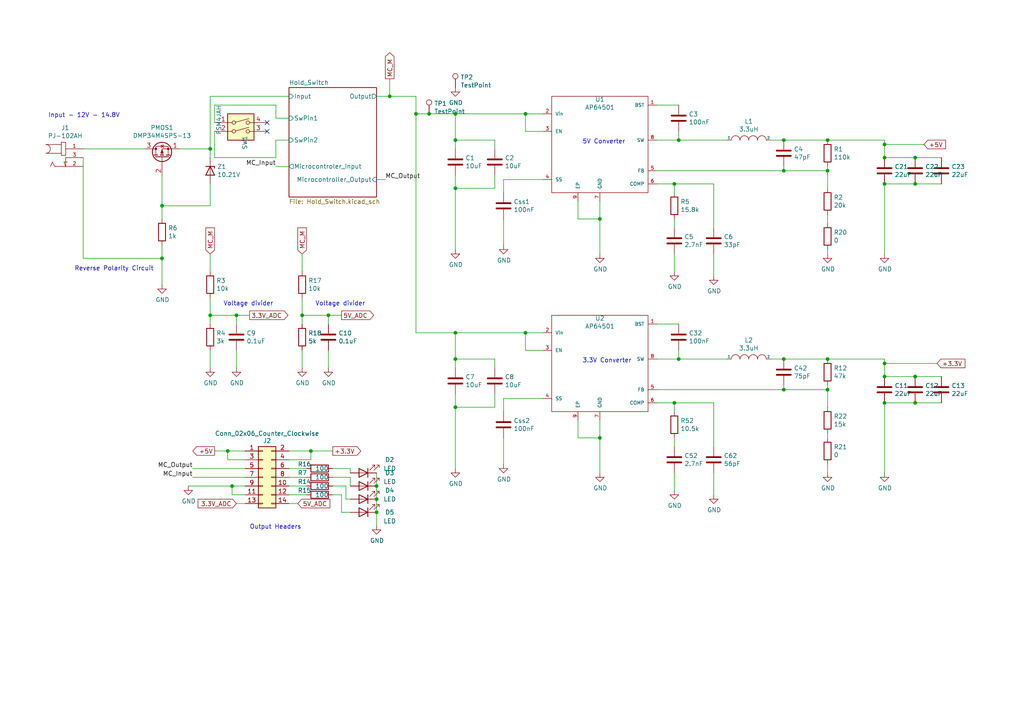
<source format=kicad_sch>
(kicad_sch (version 20210621) (generator eeschema)

  (uuid 5f48df6f-2e38-4563-b3dc-97df304c937c)

  (paper "A4")

  (title_block
    (title "5V / 3.3V_ DC-DC Converter")
    (date "2021-07-15")
    (rev "v01")
    (comment 4 "Author: Harshit Sagar")
  )

  (lib_symbols
    (symbol "5V_DC-DC_Converter-cache:AP64501_AP64501" (pin_names (offset 1.016)) (in_bom yes) (on_board yes)
      (property "Reference" "U" (id 0) (at -12.7 15.24 0)
        (effects (font (size 1.27 1.27)))
      )
      (property "Value" "AP64501_AP64501" (id 1) (at 10.16 -15.24 0)
        (effects (font (size 1.27 1.27)))
      )
      (property "Footprint" "" (id 2) (at -7.62 7.62 0)
        (effects (font (size 1.27 1.27)) hide)
      )
      (property "Datasheet" "" (id 3) (at -7.62 7.62 0)
        (effects (font (size 1.27 1.27)) hide)
      )
      (symbol "AP64501_AP64501_0_1"
        (rectangle (start -13.97 13.97) (end 13.97 -13.97)
          (stroke (width 0)) (fill (type none))
        )
      )
      (symbol "AP64501_AP64501_1_1"
        (pin input line (at 16.51 11.43 180) (length 2.54)
          (name "BST" (effects (font (size 0.9906 0.9906))))
          (number "1" (effects (font (size 0.9906 0.9906))))
        )
        (pin input line (at -16.51 8.89 0) (length 2.54)
          (name "Vin" (effects (font (size 0.9906 0.9906))))
          (number "2" (effects (font (size 0.9906 0.9906))))
        )
        (pin input line (at -16.51 3.81 0) (length 2.54)
          (name "EN" (effects (font (size 0.9906 0.9906))))
          (number "3" (effects (font (size 0.9906 0.9906))))
        )
        (pin input line (at -16.51 -10.16 0) (length 2.54)
          (name "SS" (effects (font (size 0.9906 0.9906))))
          (number "4" (effects (font (size 0.9906 0.9906))))
        )
        (pin input line (at 16.51 -7.62 180) (length 2.54)
          (name "FB" (effects (font (size 0.9906 0.9906))))
          (number "5" (effects (font (size 0.9906 0.9906))))
        )
        (pin input line (at 16.51 -11.43 180) (length 2.54)
          (name "COMP" (effects (font (size 0.9906 0.9906))))
          (number "6" (effects (font (size 0.9906 0.9906))))
        )
        (pin power_in line (at 0 -16.51 90) (length 2.54)
          (name "GND" (effects (font (size 0.9906 0.9906))))
          (number "7" (effects (font (size 0.9906 0.9906))))
        )
        (pin input line (at 16.51 1.27 180) (length 2.54)
          (name "SW" (effects (font (size 0.9906 0.9906))))
          (number "8" (effects (font (size 0.9906 0.9906))))
        )
        (pin power_in line (at -6.35 -16.51 90) (length 2.54)
          (name "EP" (effects (font (size 0.9906 0.9906))))
          (number "9" (effects (font (size 0.9906 0.9906))))
        )
      )
    )
    (symbol "5V_DC-DC_Converter-cache:DC_POWER_JACK_PJ-102A" (pin_names (offset 1.016) hide) (in_bom yes) (on_board yes)
      (property "Reference" "J" (id 0) (at -7.62 5.08 0)
        (effects (font (size 1.27 1.27)) (justify left bottom))
      )
      (property "Value" "DC_POWER_JACK_PJ-102A" (id 1) (at -7.62 -5.08 0)
        (effects (font (size 1.27 1.27)) (justify left bottom))
      )
      (property "Footprint" "CUI_PJ-102A" (id 2) (at 0 0 0)
        (effects (font (size 1.27 1.27)) (justify left bottom) hide)
      )
      (property "Datasheet" "" (id 3) (at 0 0 0)
        (effects (font (size 1.27 1.27)) (justify left bottom) hide)
      )
      (property "MANUFACTURER" "CUI INC" (id 4) (at 0 0 0)
        (effects (font (size 1.27 1.27)) (justify left bottom) hide)
      )
      (property "PART_REV" "1.03" (id 5) (at 0 0 0)
        (effects (font (size 1.27 1.27)) (justify left bottom) hide)
      )
      (property "STANDARD" "Manufacturer recommendations" (id 6) (at 0 0 0)
        (effects (font (size 1.27 1.27)) (justify left bottom) hide)
      )
      (property "ki_locked" "" (id 7) (at 0 0 0)
        (effects (font (size 1.27 1.27)))
      )
      (symbol "DC_POWER_JACK_PJ-102A_0_0"
        (arc (start -5.715 1.27) (end -5.715 3.81) (radius (at -5.715 2.54) (length 1.27) (angles 89.9 -90))
          (stroke (width 0.1524)) (fill (type none))
        )
        (polyline
          (pts
            (xy -5.715 3.81)
            (xy -1.27 3.81)
          )
          (stroke (width 0.1524)) (fill (type none))
        )
        (polyline
          (pts
            (xy -3.81 -1.27)
            (xy -4.445 -2.54)
          )
          (stroke (width 0.1524)) (fill (type none))
        )
        (polyline
          (pts
            (xy -3.175 -2.54)
            (xy -3.81 -1.27)
          )
          (stroke (width 0.1524)) (fill (type none))
        )
        (polyline
          (pts
            (xy -1.27 0.635)
            (xy 0 0.635)
          )
          (stroke (width 0.1524)) (fill (type none))
        )
        (polyline
          (pts
            (xy -1.27 1.27)
            (xy -5.715 1.27)
          )
          (stroke (width 0.1524)) (fill (type none))
        )
        (polyline
          (pts
            (xy -1.27 1.27)
            (xy -1.27 0.635)
          )
          (stroke (width 0.1524)) (fill (type none))
        )
        (polyline
          (pts
            (xy -1.27 3.81)
            (xy -1.27 1.27)
          )
          (stroke (width 0.1524)) (fill (type none))
        )
        (polyline
          (pts
            (xy -1.27 4.445)
            (xy -1.27 3.81)
          )
          (stroke (width 0.1524)) (fill (type none))
        )
        (polyline
          (pts
            (xy 0 -2.54)
            (xy -3.175 -2.54)
          )
          (stroke (width 0.1524)) (fill (type none))
        )
        (polyline
          (pts
            (xy 0 0)
            (xy 0 -2.54)
          )
          (stroke (width 0.1524)) (fill (type none))
        )
        (polyline
          (pts
            (xy 0 0.635)
            (xy 0 4.445)
          )
          (stroke (width 0.1524)) (fill (type none))
        )
        (polyline
          (pts
            (xy 0 4.445)
            (xy -1.27 4.445)
          )
          (stroke (width 0.1524)) (fill (type none))
        )
        (polyline
          (pts
            (xy 0 -2.54)
            (xy -0.508 -1.27)
            (xy 0.508 -1.27)
          )
          (stroke (width 0.1524)) (fill (type background))
        )
        (pin passive line (at 5.08 2.54 180) (length 5.08)
          (name "~" (effects (font (size 1.016 1.016))))
          (number "1" (effects (font (size 1.016 1.016))))
        )
        (pin passive line (at 5.08 -2.54 180) (length 5.08)
          (name "~" (effects (font (size 1.016 1.016))))
          (number "2" (effects (font (size 1.016 1.016))))
        )
        (pin passive line (at 5.08 0 180) (length 5.08)
          (name "~" (effects (font (size 1.016 1.016))))
          (number "3" (effects (font (size 1.016 1.016))))
        )
      )
    )
    (symbol "5V_DC-DC_Converter-cache:Device_Q_PMOS_DGS" (pin_names (offset 0) hide) (in_bom yes) (on_board yes)
      (property "Reference" "Q" (id 0) (at 5.08 1.27 0)
        (effects (font (size 1.27 1.27)) (justify left))
      )
      (property "Value" "Device_Q_PMOS_DGS" (id 1) (at 5.08 -1.27 0)
        (effects (font (size 1.27 1.27)) (justify left))
      )
      (property "Footprint" "" (id 2) (at 5.08 2.54 0)
        (effects (font (size 1.27 1.27)) hide)
      )
      (property "Datasheet" "" (id 3) (at 0 0 0)
        (effects (font (size 1.27 1.27)) hide)
      )
      (symbol "Device_Q_PMOS_DGS_0_1"
        (circle (center 1.651 0) (radius 2.794) (stroke (width 0.254)) (fill (type none)))
        (circle (center 2.54 -1.778) (radius 0.254) (stroke (width 0)) (fill (type outline)))
        (circle (center 2.54 1.778) (radius 0.254) (stroke (width 0)) (fill (type outline)))
        (polyline
          (pts
            (xy 0.254 0)
            (xy -2.54 0)
          )
          (stroke (width 0)) (fill (type none))
        )
        (polyline
          (pts
            (xy 0.254 1.905)
            (xy 0.254 -1.905)
          )
          (stroke (width 0.254)) (fill (type none))
        )
        (polyline
          (pts
            (xy 0.762 -1.27)
            (xy 0.762 -2.286)
          )
          (stroke (width 0.254)) (fill (type none))
        )
        (polyline
          (pts
            (xy 0.762 0.508)
            (xy 0.762 -0.508)
          )
          (stroke (width 0.254)) (fill (type none))
        )
        (polyline
          (pts
            (xy 0.762 2.286)
            (xy 0.762 1.27)
          )
          (stroke (width 0.254)) (fill (type none))
        )
        (polyline
          (pts
            (xy 2.54 2.54)
            (xy 2.54 1.778)
          )
          (stroke (width 0)) (fill (type none))
        )
        (polyline
          (pts
            (xy 2.54 -2.54)
            (xy 2.54 0)
            (xy 0.762 0)
          )
          (stroke (width 0)) (fill (type none))
        )
        (polyline
          (pts
            (xy 0.762 1.778)
            (xy 3.302 1.778)
            (xy 3.302 -1.778)
            (xy 0.762 -1.778)
          )
          (stroke (width 0)) (fill (type none))
        )
        (polyline
          (pts
            (xy 2.794 -0.508)
            (xy 2.921 -0.381)
            (xy 3.683 -0.381)
            (xy 3.81 -0.254)
          )
          (stroke (width 0)) (fill (type none))
        )
        (polyline
          (pts
            (xy 3.302 -0.381)
            (xy 2.921 0.254)
            (xy 3.683 0.254)
            (xy 3.302 -0.381)
          )
          (stroke (width 0)) (fill (type none))
        )
        (polyline
          (pts
            (xy 2.286 0)
            (xy 1.27 0.381)
            (xy 1.27 -0.381)
            (xy 2.286 0)
          )
          (stroke (width 0)) (fill (type outline))
        )
      )
      (symbol "Device_Q_PMOS_DGS_1_1"
        (pin passive line (at 2.54 -5.08 90) (length 2.54)
          (name "S" (effects (font (size 1.27 1.27))))
          (number "1" (effects (font (size 1.27 1.27))))
        )
        (pin input line (at -5.08 0 0) (length 2.54)
          (name "G" (effects (font (size 1.27 1.27))))
          (number "2" (effects (font (size 1.27 1.27))))
        )
        (pin passive line (at 2.54 5.08 270) (length 2.54)
          (name "D" (effects (font (size 1.27 1.27))))
          (number "3" (effects (font (size 1.27 1.27))))
        )
      )
    )
    (symbol "Connector:TestPoint" (pin_numbers hide) (pin_names (offset 0.762) hide) (in_bom yes) (on_board yes)
      (property "Reference" "TP" (id 0) (at 0 6.858 0)
        (effects (font (size 1.27 1.27)))
      )
      (property "Value" "TestPoint" (id 1) (at 0 5.08 0)
        (effects (font (size 1.27 1.27)))
      )
      (property "Footprint" "" (id 2) (at 5.08 0 0)
        (effects (font (size 1.27 1.27)) hide)
      )
      (property "Datasheet" "~" (id 3) (at 5.08 0 0)
        (effects (font (size 1.27 1.27)) hide)
      )
      (property "ki_keywords" "test point tp" (id 4) (at 0 0 0)
        (effects (font (size 1.27 1.27)) hide)
      )
      (property "ki_description" "test point" (id 5) (at 0 0 0)
        (effects (font (size 1.27 1.27)) hide)
      )
      (property "ki_fp_filters" "Pin* Test*" (id 6) (at 0 0 0)
        (effects (font (size 1.27 1.27)) hide)
      )
      (symbol "TestPoint_0_1"
        (circle (center 0 3.302) (radius 0.762) (stroke (width 0)) (fill (type none)))
      )
      (symbol "TestPoint_1_1"
        (pin passive line (at 0 0 90) (length 2.54)
          (name "1" (effects (font (size 1.27 1.27))))
          (number "1" (effects (font (size 1.27 1.27))))
        )
      )
    )
    (symbol "Connector_Generic:Conn_02x07_Odd_Even" (pin_names (offset 1.016) hide) (in_bom yes) (on_board yes)
      (property "Reference" "J" (id 0) (at 1.27 10.16 0)
        (effects (font (size 1.27 1.27)))
      )
      (property "Value" "Conn_02x07_Odd_Even" (id 1) (at 1.27 -10.16 0)
        (effects (font (size 1.27 1.27)))
      )
      (property "Footprint" "" (id 2) (at 0 0 0)
        (effects (font (size 1.27 1.27)) hide)
      )
      (property "Datasheet" "~" (id 3) (at 0 0 0)
        (effects (font (size 1.27 1.27)) hide)
      )
      (property "ki_keywords" "connector" (id 4) (at 0 0 0)
        (effects (font (size 1.27 1.27)) hide)
      )
      (property "ki_description" "Generic connector, double row, 02x07, odd/even pin numbering scheme (row 1 odd numbers, row 2 even numbers), script generated (kicad-library-utils/schlib/autogen/connector/)" (id 5) (at 0 0 0)
        (effects (font (size 1.27 1.27)) hide)
      )
      (property "ki_fp_filters" "Connector*:*_2x??_*" (id 6) (at 0 0 0)
        (effects (font (size 1.27 1.27)) hide)
      )
      (symbol "Conn_02x07_Odd_Even_1_1"
        (rectangle (start -1.27 -7.493) (end 0 -7.747)
          (stroke (width 0.1524)) (fill (type none))
        )
        (rectangle (start -1.27 -4.953) (end 0 -5.207)
          (stroke (width 0.1524)) (fill (type none))
        )
        (rectangle (start -1.27 -2.413) (end 0 -2.667)
          (stroke (width 0.1524)) (fill (type none))
        )
        (rectangle (start -1.27 0.127) (end 0 -0.127)
          (stroke (width 0.1524)) (fill (type none))
        )
        (rectangle (start -1.27 2.667) (end 0 2.413)
          (stroke (width 0.1524)) (fill (type none))
        )
        (rectangle (start -1.27 5.207) (end 0 4.953)
          (stroke (width 0.1524)) (fill (type none))
        )
        (rectangle (start -1.27 7.747) (end 0 7.493)
          (stroke (width 0.1524)) (fill (type none))
        )
        (rectangle (start 3.81 -7.493) (end 2.54 -7.747)
          (stroke (width 0.1524)) (fill (type none))
        )
        (rectangle (start 3.81 -4.953) (end 2.54 -5.207)
          (stroke (width 0.1524)) (fill (type none))
        )
        (rectangle (start 3.81 -2.413) (end 2.54 -2.667)
          (stroke (width 0.1524)) (fill (type none))
        )
        (rectangle (start 3.81 0.127) (end 2.54 -0.127)
          (stroke (width 0.1524)) (fill (type none))
        )
        (rectangle (start 3.81 2.667) (end 2.54 2.413)
          (stroke (width 0.1524)) (fill (type none))
        )
        (rectangle (start 3.81 5.207) (end 2.54 4.953)
          (stroke (width 0.1524)) (fill (type none))
        )
        (rectangle (start 3.81 7.747) (end 2.54 7.493)
          (stroke (width 0.1524)) (fill (type none))
        )
        (rectangle (start -1.27 8.89) (end 3.81 -8.89)
          (stroke (width 0.254)) (fill (type background))
        )
        (pin passive line (at -5.08 7.62 0) (length 3.81)
          (name "Pin_1" (effects (font (size 1.27 1.27))))
          (number "1" (effects (font (size 1.27 1.27))))
        )
        (pin passive line (at 7.62 -2.54 180) (length 3.81)
          (name "Pin_10" (effects (font (size 1.27 1.27))))
          (number "10" (effects (font (size 1.27 1.27))))
        )
        (pin passive line (at -5.08 -5.08 0) (length 3.81)
          (name "Pin_11" (effects (font (size 1.27 1.27))))
          (number "11" (effects (font (size 1.27 1.27))))
        )
        (pin passive line (at 7.62 -5.08 180) (length 3.81)
          (name "Pin_12" (effects (font (size 1.27 1.27))))
          (number "12" (effects (font (size 1.27 1.27))))
        )
        (pin passive line (at -5.08 -7.62 0) (length 3.81)
          (name "Pin_13" (effects (font (size 1.27 1.27))))
          (number "13" (effects (font (size 1.27 1.27))))
        )
        (pin passive line (at 7.62 -7.62 180) (length 3.81)
          (name "Pin_14" (effects (font (size 1.27 1.27))))
          (number "14" (effects (font (size 1.27 1.27))))
        )
        (pin passive line (at 7.62 7.62 180) (length 3.81)
          (name "Pin_2" (effects (font (size 1.27 1.27))))
          (number "2" (effects (font (size 1.27 1.27))))
        )
        (pin passive line (at -5.08 5.08 0) (length 3.81)
          (name "Pin_3" (effects (font (size 1.27 1.27))))
          (number "3" (effects (font (size 1.27 1.27))))
        )
        (pin passive line (at 7.62 5.08 180) (length 3.81)
          (name "Pin_4" (effects (font (size 1.27 1.27))))
          (number "4" (effects (font (size 1.27 1.27))))
        )
        (pin passive line (at -5.08 2.54 0) (length 3.81)
          (name "Pin_5" (effects (font (size 1.27 1.27))))
          (number "5" (effects (font (size 1.27 1.27))))
        )
        (pin passive line (at 7.62 2.54 180) (length 3.81)
          (name "Pin_6" (effects (font (size 1.27 1.27))))
          (number "6" (effects (font (size 1.27 1.27))))
        )
        (pin passive line (at -5.08 0 0) (length 3.81)
          (name "Pin_7" (effects (font (size 1.27 1.27))))
          (number "7" (effects (font (size 1.27 1.27))))
        )
        (pin passive line (at 7.62 0 180) (length 3.81)
          (name "Pin_8" (effects (font (size 1.27 1.27))))
          (number "8" (effects (font (size 1.27 1.27))))
        )
        (pin passive line (at -5.08 -2.54 0) (length 3.81)
          (name "Pin_9" (effects (font (size 1.27 1.27))))
          (number "9" (effects (font (size 1.27 1.27))))
        )
      )
    )
    (symbol "Device:C" (pin_numbers hide) (pin_names (offset 0.254)) (in_bom yes) (on_board yes)
      (property "Reference" "C" (id 0) (at 0.635 2.54 0)
        (effects (font (size 1.27 1.27)) (justify left))
      )
      (property "Value" "C" (id 1) (at 0.635 -2.54 0)
        (effects (font (size 1.27 1.27)) (justify left))
      )
      (property "Footprint" "" (id 2) (at 0.9652 -3.81 0)
        (effects (font (size 1.27 1.27)) hide)
      )
      (property "Datasheet" "~" (id 3) (at 0 0 0)
        (effects (font (size 1.27 1.27)) hide)
      )
      (property "ki_keywords" "cap capacitor" (id 4) (at 0 0 0)
        (effects (font (size 1.27 1.27)) hide)
      )
      (property "ki_description" "Unpolarized capacitor" (id 5) (at 0 0 0)
        (effects (font (size 1.27 1.27)) hide)
      )
      (property "ki_fp_filters" "C_*" (id 6) (at 0 0 0)
        (effects (font (size 1.27 1.27)) hide)
      )
      (symbol "C_0_1"
        (polyline
          (pts
            (xy -2.032 -0.762)
            (xy 2.032 -0.762)
          )
          (stroke (width 0.508)) (fill (type none))
        )
        (polyline
          (pts
            (xy -2.032 0.762)
            (xy 2.032 0.762)
          )
          (stroke (width 0.508)) (fill (type none))
        )
      )
      (symbol "C_1_1"
        (pin passive line (at 0 3.81 270) (length 2.794)
          (name "~" (effects (font (size 1.27 1.27))))
          (number "1" (effects (font (size 1.27 1.27))))
        )
        (pin passive line (at 0 -3.81 90) (length 2.794)
          (name "~" (effects (font (size 1.27 1.27))))
          (number "2" (effects (font (size 1.27 1.27))))
        )
      )
    )
    (symbol "Device:D_Zener" (pin_numbers hide) (pin_names (offset 1.016) hide) (in_bom yes) (on_board yes)
      (property "Reference" "D" (id 0) (at 0 2.54 0)
        (effects (font (size 1.27 1.27)))
      )
      (property "Value" "D_Zener" (id 1) (at 0 -2.54 0)
        (effects (font (size 1.27 1.27)))
      )
      (property "Footprint" "" (id 2) (at 0 0 0)
        (effects (font (size 1.27 1.27)) hide)
      )
      (property "Datasheet" "~" (id 3) (at 0 0 0)
        (effects (font (size 1.27 1.27)) hide)
      )
      (property "ki_keywords" "diode" (id 4) (at 0 0 0)
        (effects (font (size 1.27 1.27)) hide)
      )
      (property "ki_description" "Zener diode" (id 5) (at 0 0 0)
        (effects (font (size 1.27 1.27)) hide)
      )
      (property "ki_fp_filters" "TO-???* *_Diode_* *SingleDiode* D_*" (id 6) (at 0 0 0)
        (effects (font (size 1.27 1.27)) hide)
      )
      (symbol "D_Zener_0_1"
        (polyline
          (pts
            (xy 1.27 0)
            (xy -1.27 0)
          )
          (stroke (width 0)) (fill (type none))
        )
        (polyline
          (pts
            (xy -1.27 -1.27)
            (xy -1.27 1.27)
            (xy -0.762 1.27)
          )
          (stroke (width 0.254)) (fill (type none))
        )
        (polyline
          (pts
            (xy 1.27 -1.27)
            (xy 1.27 1.27)
            (xy -1.27 0)
            (xy 1.27 -1.27)
          )
          (stroke (width 0.254)) (fill (type none))
        )
      )
      (symbol "D_Zener_1_1"
        (pin passive line (at -3.81 0 0) (length 2.54)
          (name "K" (effects (font (size 1.27 1.27))))
          (number "1" (effects (font (size 1.27 1.27))))
        )
        (pin passive line (at 3.81 0 180) (length 2.54)
          (name "A" (effects (font (size 1.27 1.27))))
          (number "2" (effects (font (size 1.27 1.27))))
        )
      )
    )
    (symbol "Device:LED" (pin_numbers hide) (pin_names (offset 1.016) hide) (in_bom yes) (on_board yes)
      (property "Reference" "D" (id 0) (at 0 2.54 0)
        (effects (font (size 1.27 1.27)))
      )
      (property "Value" "LED" (id 1) (at 0 -2.54 0)
        (effects (font (size 1.27 1.27)))
      )
      (property "Footprint" "" (id 2) (at 0 0 0)
        (effects (font (size 1.27 1.27)) hide)
      )
      (property "Datasheet" "~" (id 3) (at 0 0 0)
        (effects (font (size 1.27 1.27)) hide)
      )
      (property "ki_keywords" "LED diode" (id 4) (at 0 0 0)
        (effects (font (size 1.27 1.27)) hide)
      )
      (property "ki_description" "Light emitting diode" (id 5) (at 0 0 0)
        (effects (font (size 1.27 1.27)) hide)
      )
      (property "ki_fp_filters" "LED* LED_SMD:* LED_THT:*" (id 6) (at 0 0 0)
        (effects (font (size 1.27 1.27)) hide)
      )
      (symbol "LED_0_1"
        (polyline
          (pts
            (xy -1.27 -1.27)
            (xy -1.27 1.27)
          )
          (stroke (width 0.254)) (fill (type none))
        )
        (polyline
          (pts
            (xy -1.27 0)
            (xy 1.27 0)
          )
          (stroke (width 0)) (fill (type none))
        )
        (polyline
          (pts
            (xy 1.27 -1.27)
            (xy 1.27 1.27)
            (xy -1.27 0)
            (xy 1.27 -1.27)
          )
          (stroke (width 0.254)) (fill (type none))
        )
        (polyline
          (pts
            (xy -3.048 -0.762)
            (xy -4.572 -2.286)
            (xy -3.81 -2.286)
            (xy -4.572 -2.286)
            (xy -4.572 -1.524)
          )
          (stroke (width 0)) (fill (type none))
        )
        (polyline
          (pts
            (xy -1.778 -0.762)
            (xy -3.302 -2.286)
            (xy -2.54 -2.286)
            (xy -3.302 -2.286)
            (xy -3.302 -1.524)
          )
          (stroke (width 0)) (fill (type none))
        )
      )
      (symbol "LED_1_1"
        (pin passive line (at -3.81 0 0) (length 2.54)
          (name "K" (effects (font (size 1.27 1.27))))
          (number "1" (effects (font (size 1.27 1.27))))
        )
        (pin passive line (at 3.81 0 180) (length 2.54)
          (name "A" (effects (font (size 1.27 1.27))))
          (number "2" (effects (font (size 1.27 1.27))))
        )
      )
    )
    (symbol "Device:R" (pin_numbers hide) (pin_names (offset 0)) (in_bom yes) (on_board yes)
      (property "Reference" "R" (id 0) (at 2.032 0 90)
        (effects (font (size 1.27 1.27)))
      )
      (property "Value" "R" (id 1) (at 0 0 90)
        (effects (font (size 1.27 1.27)))
      )
      (property "Footprint" "" (id 2) (at -1.778 0 90)
        (effects (font (size 1.27 1.27)) hide)
      )
      (property "Datasheet" "~" (id 3) (at 0 0 0)
        (effects (font (size 1.27 1.27)) hide)
      )
      (property "ki_keywords" "R res resistor" (id 4) (at 0 0 0)
        (effects (font (size 1.27 1.27)) hide)
      )
      (property "ki_description" "Resistor" (id 5) (at 0 0 0)
        (effects (font (size 1.27 1.27)) hide)
      )
      (property "ki_fp_filters" "R_*" (id 6) (at 0 0 0)
        (effects (font (size 1.27 1.27)) hide)
      )
      (symbol "R_0_1"
        (rectangle (start -1.016 -2.54) (end 1.016 2.54)
          (stroke (width 0.254)) (fill (type none))
        )
      )
      (symbol "R_1_1"
        (pin passive line (at 0 3.81 270) (length 1.27)
          (name "~" (effects (font (size 1.27 1.27))))
          (number "1" (effects (font (size 1.27 1.27))))
        )
        (pin passive line (at 0 -3.81 90) (length 1.27)
          (name "~" (effects (font (size 1.27 1.27))))
          (number "2" (effects (font (size 1.27 1.27))))
        )
      )
    )
    (symbol "Switch:SW_DIP_x02" (pin_names (offset 0) hide) (in_bom yes) (on_board yes)
      (property "Reference" "SW" (id 0) (at 0 6.35 0)
        (effects (font (size 1.27 1.27)))
      )
      (property "Value" "SW_DIP_x02" (id 1) (at 0 -3.81 0)
        (effects (font (size 1.27 1.27)))
      )
      (property "Footprint" "" (id 2) (at 0 0 0)
        (effects (font (size 1.27 1.27)) hide)
      )
      (property "Datasheet" "~" (id 3) (at 0 0 0)
        (effects (font (size 1.27 1.27)) hide)
      )
      (property "ki_keywords" "dip switch" (id 4) (at 0 0 0)
        (effects (font (size 1.27 1.27)) hide)
      )
      (property "ki_description" "2x DIP Switch, Single Pole Single Throw (SPST) switch, small symbol" (id 5) (at 0 0 0)
        (effects (font (size 1.27 1.27)) hide)
      )
      (property "ki_fp_filters" "SW?DIP?x2*" (id 6) (at 0 0 0)
        (effects (font (size 1.27 1.27)) hide)
      )
      (symbol "SW_DIP_x02_0_0"
        (circle (center -2.032 0) (radius 0.508) (stroke (width 0)) (fill (type none)))
        (circle (center -2.032 2.54) (radius 0.508) (stroke (width 0)) (fill (type none)))
        (circle (center 2.032 0) (radius 0.508) (stroke (width 0)) (fill (type none)))
        (circle (center 2.032 2.54) (radius 0.508) (stroke (width 0)) (fill (type none)))
        (polyline
          (pts
            (xy -1.524 0.127)
            (xy 2.3622 1.1684)
          )
          (stroke (width 0)) (fill (type none))
        )
        (polyline
          (pts
            (xy -1.524 2.667)
            (xy 2.3622 3.7084)
          )
          (stroke (width 0)) (fill (type none))
        )
      )
      (symbol "SW_DIP_x02_0_1"
        (rectangle (start -3.81 5.08) (end 3.81 -2.54)
          (stroke (width 0.254)) (fill (type background))
        )
      )
      (symbol "SW_DIP_x02_1_1"
        (pin passive line (at -7.62 2.54 0) (length 5.08)
          (name "~" (effects (font (size 1.27 1.27))))
          (number "1" (effects (font (size 1.27 1.27))))
        )
        (pin passive line (at -7.62 0 0) (length 5.08)
          (name "~" (effects (font (size 1.27 1.27))))
          (number "2" (effects (font (size 1.27 1.27))))
        )
        (pin passive line (at 7.62 0 180) (length 5.08)
          (name "~" (effects (font (size 1.27 1.27))))
          (number "3" (effects (font (size 1.27 1.27))))
        )
        (pin passive line (at 7.62 2.54 180) (length 5.08)
          (name "~" (effects (font (size 1.27 1.27))))
          (number "4" (effects (font (size 1.27 1.27))))
        )
      )
    )
    (symbol "power:GND" (power) (pin_names (offset 0)) (in_bom yes) (on_board yes)
      (property "Reference" "#PWR" (id 0) (at 0 -6.35 0)
        (effects (font (size 1.27 1.27)) hide)
      )
      (property "Value" "GND" (id 1) (at 0 -3.81 0)
        (effects (font (size 1.27 1.27)))
      )
      (property "Footprint" "" (id 2) (at 0 0 0)
        (effects (font (size 1.27 1.27)) hide)
      )
      (property "Datasheet" "" (id 3) (at 0 0 0)
        (effects (font (size 1.27 1.27)) hide)
      )
      (property "ki_keywords" "power-flag" (id 4) (at 0 0 0)
        (effects (font (size 1.27 1.27)) hide)
      )
      (property "ki_description" "Power symbol creates a global label with name \"GND\" , ground" (id 5) (at 0 0 0)
        (effects (font (size 1.27 1.27)) hide)
      )
      (symbol "GND_0_1"
        (polyline
          (pts
            (xy 0 0)
            (xy 0 -1.27)
            (xy 1.27 -1.27)
            (xy 0 -2.54)
            (xy -1.27 -1.27)
            (xy 0 -1.27)
          )
          (stroke (width 0)) (fill (type none))
        )
      )
      (symbol "GND_1_1"
        (pin power_in line (at 0 0 270) (length 0) hide
          (name "GND" (effects (font (size 1.27 1.27))))
          (number "1" (effects (font (size 1.27 1.27))))
        )
      )
    )
    (symbol "pspice:INDUCTOR" (pin_numbers hide) (pin_names (offset 0)) (in_bom yes) (on_board yes)
      (property "Reference" "L" (id 0) (at 0 2.54 0)
        (effects (font (size 1.27 1.27)))
      )
      (property "Value" "INDUCTOR" (id 1) (at 0 -1.27 0)
        (effects (font (size 1.27 1.27)))
      )
      (property "Footprint" "" (id 2) (at 0 0 0)
        (effects (font (size 1.27 1.27)) hide)
      )
      (property "Datasheet" "~" (id 3) (at 0 0 0)
        (effects (font (size 1.27 1.27)) hide)
      )
      (property "ki_keywords" "simulation" (id 4) (at 0 0 0)
        (effects (font (size 1.27 1.27)) hide)
      )
      (property "ki_description" "Inductor symbol for simulation only" (id 5) (at 0 0 0)
        (effects (font (size 1.27 1.27)) hide)
      )
      (symbol "INDUCTOR_0_1"
        (arc (start -2.54 0) (end -5.08 0) (radius (at -3.81 0) (length 1.27) (angles 0.1 179.9))
          (stroke (width 0)) (fill (type none))
        )
        (arc (start 0 0) (end -2.54 0) (radius (at -1.27 0) (length 1.27) (angles 0.1 179.9))
          (stroke (width 0)) (fill (type none))
        )
        (arc (start 2.54 0) (end 0 0) (radius (at 1.27 0) (length 1.27) (angles 0.1 179.9))
          (stroke (width 0)) (fill (type none))
        )
        (arc (start 5.08 0) (end 2.54 0) (radius (at 3.81 0) (length 1.27) (angles 0.1 179.9))
          (stroke (width 0)) (fill (type none))
        )
      )
      (symbol "INDUCTOR_1_1"
        (pin input line (at -6.35 0 0) (length 1.27)
          (name "1" (effects (font (size 0.762 0.762))))
          (number "1" (effects (font (size 0.762 0.762))))
        )
        (pin input line (at 6.35 0 180) (length 1.27)
          (name "2" (effects (font (size 0.762 0.762))))
          (number "2" (effects (font (size 0.762 0.762))))
        )
      )
    )
  )

  (junction (at 46.99 59.69) (diameter 0.9144) (color 0 0 0 0))
  (junction (at 46.99 74.93) (diameter 0.9144) (color 0 0 0 0))
  (junction (at 60.96 43.18) (diameter 0.9144) (color 0 0 0 0))
  (junction (at 60.96 91.44) (diameter 0.9144) (color 0 0 0 0))
  (junction (at 66.04 130.81) (diameter 0.9144) (color 0 0 0 0))
  (junction (at 67.31 140.97) (diameter 0.9144) (color 0 0 0 0))
  (junction (at 68.58 91.44) (diameter 0.9144) (color 0 0 0 0))
  (junction (at 87.63 91.44) (diameter 0.9144) (color 0 0 0 0))
  (junction (at 90.17 130.81) (diameter 0.9144) (color 0 0 0 0))
  (junction (at 95.25 91.44) (diameter 0.9144) (color 0 0 0 0))
  (junction (at 109.22 140.97) (diameter 0.9144) (color 0 0 0 0))
  (junction (at 109.22 144.78) (diameter 0.9144) (color 0 0 0 0))
  (junction (at 109.22 148.59) (diameter 0.9144) (color 0 0 0 0))
  (junction (at 113.03 27.94) (diameter 0.9144) (color 0 0 0 0))
  (junction (at 120.65 33.02) (diameter 0.9144) (color 0 0 0 0))
  (junction (at 124.46 33.02) (diameter 0.9144) (color 0 0 0 0))
  (junction (at 132.08 33.02) (diameter 0.9144) (color 0 0 0 0))
  (junction (at 132.08 40.64) (diameter 0.9144) (color 0 0 0 0))
  (junction (at 132.08 54.61) (diameter 0.9144) (color 0 0 0 0))
  (junction (at 132.08 96.52) (diameter 0.9144) (color 0 0 0 0))
  (junction (at 132.08 104.14) (diameter 0.9144) (color 0 0 0 0))
  (junction (at 132.08 118.11) (diameter 0.9144) (color 0 0 0 0))
  (junction (at 152.4 33.02) (diameter 0.9144) (color 0 0 0 0))
  (junction (at 152.4 96.52) (diameter 0.9144) (color 0 0 0 0))
  (junction (at 173.99 63.5) (diameter 0.9144) (color 0 0 0 0))
  (junction (at 173.99 127) (diameter 0.9144) (color 0 0 0 0))
  (junction (at 195.58 53.34) (diameter 0.9144) (color 0 0 0 0))
  (junction (at 195.58 116.84) (diameter 0.9144) (color 0 0 0 0))
  (junction (at 196.85 40.64) (diameter 0.9144) (color 0 0 0 0))
  (junction (at 196.85 104.14) (diameter 0.9144) (color 0 0 0 0))
  (junction (at 227.33 40.64) (diameter 0.9144) (color 0 0 0 0))
  (junction (at 227.33 49.53) (diameter 0.9144) (color 0 0 0 0))
  (junction (at 227.33 104.14) (diameter 0.9144) (color 0 0 0 0))
  (junction (at 227.33 113.03) (diameter 0.9144) (color 0 0 0 0))
  (junction (at 240.03 40.64) (diameter 0.9144) (color 0 0 0 0))
  (junction (at 240.03 49.53) (diameter 0.9144) (color 0 0 0 0))
  (junction (at 240.03 104.14) (diameter 0.9144) (color 0 0 0 0))
  (junction (at 240.03 113.03) (diameter 0.9144) (color 0 0 0 0))
  (junction (at 256.54 41.91) (diameter 0.9144) (color 0 0 0 0))
  (junction (at 256.54 45.72) (diameter 0.9144) (color 0 0 0 0))
  (junction (at 256.54 53.34) (diameter 0.9144) (color 0 0 0 0))
  (junction (at 256.54 105.41) (diameter 0.9144) (color 0 0 0 0))
  (junction (at 256.54 109.22) (diameter 0.9144) (color 0 0 0 0))
  (junction (at 256.54 116.84) (diameter 0.9144) (color 0 0 0 0))
  (junction (at 265.43 45.72) (diameter 0.9144) (color 0 0 0 0))
  (junction (at 265.43 53.34) (diameter 0.9144) (color 0 0 0 0))
  (junction (at 265.43 109.22) (diameter 0.9144) (color 0 0 0 0))
  (junction (at 265.43 116.84) (diameter 0.9144) (color 0 0 0 0))

  (no_connect (at 77.47 35.56) (uuid 8e9fb858-94ef-4115-9c98-bf4b13f32c2a))
  (no_connect (at 77.47 38.1) (uuid 60d66181-c1af-400e-a120-f1102543b1a5))

  (wire (pts (xy 24.13 43.18) (xy 41.91 43.18))
    (stroke (width 0) (type solid) (color 0 0 0 0))
    (uuid 9e0094c1-1aea-48ea-8dd0-45b7a6462d61)
  )
  (wire (pts (xy 24.13 45.72) (xy 24.13 74.93))
    (stroke (width 0) (type solid) (color 0 0 0 0))
    (uuid 8cf24224-a174-4737-b678-685e47ce87f3)
  )
  (wire (pts (xy 24.13 74.93) (xy 46.99 74.93))
    (stroke (width 0) (type solid) (color 0 0 0 0))
    (uuid 3b653af5-457e-4656-ba95-4080c8af7657)
  )
  (wire (pts (xy 46.99 50.8) (xy 46.99 59.69))
    (stroke (width 0) (type solid) (color 0 0 0 0))
    (uuid 37fb00d9-3215-4cd3-aa50-2095cda8b05c)
  )
  (wire (pts (xy 46.99 59.69) (xy 46.99 63.5))
    (stroke (width 0) (type solid) (color 0 0 0 0))
    (uuid 42ab3979-3673-4b1b-838f-b88d3b5a8af9)
  )
  (wire (pts (xy 46.99 74.93) (xy 46.99 71.12))
    (stroke (width 0) (type solid) (color 0 0 0 0))
    (uuid eb2268a0-d026-46b5-b189-cd83c1b51fa8)
  )
  (wire (pts (xy 46.99 82.55) (xy 46.99 74.93))
    (stroke (width 0) (type solid) (color 0 0 0 0))
    (uuid cec4f681-71aa-4c97-802c-d0b4800f1abc)
  )
  (wire (pts (xy 52.07 43.18) (xy 60.96 43.18))
    (stroke (width 0) (type solid) (color 0 0 0 0))
    (uuid 4d146be9-a058-45ef-b56c-bfe5af4be74a)
  )
  (wire (pts (xy 54.61 140.97) (xy 67.31 140.97))
    (stroke (width 0) (type solid) (color 0 0 0 0))
    (uuid 35a864ed-de90-4042-8bc5-61ba565c7a50)
  )
  (wire (pts (xy 55.88 135.89) (xy 71.12 135.89))
    (stroke (width 0) (type solid) (color 0 0 0 0))
    (uuid 666895f2-7223-4435-a3c9-68335fe19fce)
  )
  (wire (pts (xy 55.88 138.43) (xy 71.12 138.43))
    (stroke (width 0) (type solid) (color 0 0 0 0))
    (uuid e3836e75-47f1-4eff-8afd-c097c66f4061)
  )
  (wire (pts (xy 60.96 27.94) (xy 60.96 43.18))
    (stroke (width 0) (type solid) (color 0 0 0 0))
    (uuid d54a3c2e-58b3-4858-9d1b-d82049e0e12d)
  )
  (wire (pts (xy 60.96 27.94) (xy 83.82 27.94))
    (stroke (width 0) (type solid) (color 0 0 0 0))
    (uuid 9c21dba6-f154-4cd0-bdbe-704b98630c61)
  )
  (wire (pts (xy 60.96 43.18) (xy 60.96 45.72))
    (stroke (width 0) (type solid) (color 0 0 0 0))
    (uuid 5a2523d1-35f1-4c3f-ab42-db71dda41e01)
  )
  (wire (pts (xy 60.96 53.34) (xy 60.96 59.69))
    (stroke (width 0) (type solid) (color 0 0 0 0))
    (uuid e4cb5d11-d15b-42c8-9a08-91cd711ab0ee)
  )
  (wire (pts (xy 60.96 59.69) (xy 46.99 59.69))
    (stroke (width 0) (type solid) (color 0 0 0 0))
    (uuid b9e6606d-4cd6-4ab4-a07c-37e7eaad96d4)
  )
  (wire (pts (xy 60.96 73.66) (xy 60.96 78.74))
    (stroke (width 0) (type solid) (color 0 0 0 0))
    (uuid 0855ebe2-1dc7-4a0c-880e-b3ccbcda9d40)
  )
  (wire (pts (xy 60.96 86.36) (xy 60.96 91.44))
    (stroke (width 0) (type solid) (color 0 0 0 0))
    (uuid ac389d03-d0e8-496c-b54e-7e5af77dc130)
  )
  (wire (pts (xy 60.96 91.44) (xy 60.96 93.98))
    (stroke (width 0) (type solid) (color 0 0 0 0))
    (uuid b15ca8b1-325b-421d-8f9a-8bac076fc246)
  )
  (wire (pts (xy 60.96 101.6) (xy 60.96 106.68))
    (stroke (width 0) (type solid) (color 0 0 0 0))
    (uuid 14792285-153e-4d91-b1b0-817843948c43)
  )
  (wire (pts (xy 62.23 30.48) (xy 62.23 35.56))
    (stroke (width 0) (type solid) (color 0 0 0 0))
    (uuid 765384c3-95b0-4ef1-b966-3880b7c20159)
  )
  (wire (pts (xy 62.23 45.72) (xy 62.23 38.1))
    (stroke (width 0) (type solid) (color 0 0 0 0))
    (uuid 363900ef-03a9-44db-ac23-89ba6db1b8ee)
  )
  (wire (pts (xy 62.23 130.81) (xy 66.04 130.81))
    (stroke (width 0) (type solid) (color 0 0 0 0))
    (uuid d81f3596-f9a3-4e07-b9c0-7887272a774b)
  )
  (wire (pts (xy 66.04 130.81) (xy 71.12 130.81))
    (stroke (width 0) (type solid) (color 0 0 0 0))
    (uuid 60621a6d-b569-460d-9aae-57f8df96c5f3)
  )
  (wire (pts (xy 66.04 133.35) (xy 66.04 130.81))
    (stroke (width 0) (type solid) (color 0 0 0 0))
    (uuid 63dfc5a7-2381-4fbf-957b-32614a6babaf)
  )
  (wire (pts (xy 67.31 140.97) (xy 71.12 140.97))
    (stroke (width 0) (type solid) (color 0 0 0 0))
    (uuid 84238a04-39f7-44b1-bda4-00a4dfbe6fd6)
  )
  (wire (pts (xy 67.31 143.51) (xy 67.31 140.97))
    (stroke (width 0) (type solid) (color 0 0 0 0))
    (uuid 92bd2fff-0446-49f4-9ff2-aa6545d44b5a)
  )
  (wire (pts (xy 67.31 143.51) (xy 71.12 143.51))
    (stroke (width 0) (type solid) (color 0 0 0 0))
    (uuid bac63a70-5507-4e63-be7f-ea396003c2da)
  )
  (wire (pts (xy 68.58 91.44) (xy 60.96 91.44))
    (stroke (width 0) (type solid) (color 0 0 0 0))
    (uuid 71fac3fb-48a2-4f44-a6de-d5446b0d66f3)
  )
  (wire (pts (xy 68.58 93.98) (xy 68.58 91.44))
    (stroke (width 0) (type solid) (color 0 0 0 0))
    (uuid c4badaa6-51c0-494d-b438-2795227779a1)
  )
  (wire (pts (xy 68.58 106.68) (xy 68.58 101.6))
    (stroke (width 0) (type solid) (color 0 0 0 0))
    (uuid 2839266e-9360-416c-81f0-91cadfa98d8d)
  )
  (wire (pts (xy 68.58 146.05) (xy 71.12 146.05))
    (stroke (width 0) (type solid) (color 0 0 0 0))
    (uuid ea407659-3d3c-4cda-b25f-89f299356bba)
  )
  (wire (pts (xy 71.12 133.35) (xy 66.04 133.35))
    (stroke (width 0) (type solid) (color 0 0 0 0))
    (uuid ab4466ac-f66f-4a76-933e-a655d4753bc2)
  )
  (wire (pts (xy 72.39 91.44) (xy 68.58 91.44))
    (stroke (width 0) (type solid) (color 0 0 0 0))
    (uuid 25c3e7a8-3946-4c03-bb4b-6368491e4a3d)
  )
  (wire (pts (xy 80.01 30.48) (xy 62.23 30.48))
    (stroke (width 0) (type solid) (color 0 0 0 0))
    (uuid 9c637be5-50d3-43c2-8f53-c38f449a2ec9)
  )
  (wire (pts (xy 80.01 30.48) (xy 80.01 34.29))
    (stroke (width 0) (type solid) (color 0 0 0 0))
    (uuid 7134075a-b6e5-4ba6-9c1f-145d402f2d95)
  )
  (wire (pts (xy 80.01 34.29) (xy 83.82 34.29))
    (stroke (width 0) (type solid) (color 0 0 0 0))
    (uuid 077300e1-4f03-4d53-b5d4-add35b6409b3)
  )
  (wire (pts (xy 80.01 40.64) (xy 80.01 45.72))
    (stroke (width 0) (type solid) (color 0 0 0 0))
    (uuid a9332246-b459-4183-a555-8135d7b83f81)
  )
  (wire (pts (xy 80.01 40.64) (xy 83.82 40.64))
    (stroke (width 0) (type solid) (color 0 0 0 0))
    (uuid 06ebd02d-3bfa-411d-aa59-7e786341fab3)
  )
  (wire (pts (xy 80.01 45.72) (xy 62.23 45.72))
    (stroke (width 0) (type solid) (color 0 0 0 0))
    (uuid 565d094e-7686-4f29-98a1-96faec85d2ae)
  )
  (wire (pts (xy 80.01 48.26) (xy 83.82 48.26))
    (stroke (width 0) (type solid) (color 0 0 0 0))
    (uuid 6eeaeff0-36be-43a9-935f-32a63fa5fe48)
  )
  (wire (pts (xy 83.82 130.81) (xy 90.17 130.81))
    (stroke (width 0) (type solid) (color 0 0 0 0))
    (uuid c545068c-acf1-4fb7-8563-882b593fbc6c)
  )
  (wire (pts (xy 83.82 135.89) (xy 88.9 135.89))
    (stroke (width 0) (type solid) (color 0 0 0 0))
    (uuid 69bc41e4-9fcd-44d5-91d3-9cbd3df56fe0)
  )
  (wire (pts (xy 83.82 138.43) (xy 88.9 138.43))
    (stroke (width 0) (type solid) (color 0 0 0 0))
    (uuid cf72ab33-34e4-4bfa-9b2c-1b83b7dde90b)
  )
  (wire (pts (xy 83.82 140.97) (xy 88.9 140.97))
    (stroke (width 0) (type solid) (color 0 0 0 0))
    (uuid fca10129-4f14-48a6-b212-cc772ec13a8c)
  )
  (wire (pts (xy 83.82 143.51) (xy 88.9 143.51))
    (stroke (width 0) (type solid) (color 0 0 0 0))
    (uuid 0cc12f92-12c3-412e-8fd6-513cf2ee0fc8)
  )
  (wire (pts (xy 86.36 146.05) (xy 83.82 146.05))
    (stroke (width 0) (type solid) (color 0 0 0 0))
    (uuid eea0c338-9291-43a4-9582-81da177c241d)
  )
  (wire (pts (xy 87.63 73.66) (xy 87.63 78.74))
    (stroke (width 0) (type solid) (color 0 0 0 0))
    (uuid 3de87588-5e64-471e-bb9a-bca50948c683)
  )
  (wire (pts (xy 87.63 86.36) (xy 87.63 91.44))
    (stroke (width 0) (type solid) (color 0 0 0 0))
    (uuid 796df9cc-f614-4078-b038-e27b9b84814b)
  )
  (wire (pts (xy 87.63 91.44) (xy 87.63 93.98))
    (stroke (width 0) (type solid) (color 0 0 0 0))
    (uuid 82697207-e7a0-4b8a-bc5b-89d1b5ae0f56)
  )
  (wire (pts (xy 87.63 101.6) (xy 87.63 106.68))
    (stroke (width 0) (type solid) (color 0 0 0 0))
    (uuid 6e35f00d-bccf-493f-8351-2e1bac694d59)
  )
  (wire (pts (xy 90.17 130.81) (xy 96.52 130.81))
    (stroke (width 0) (type solid) (color 0 0 0 0))
    (uuid c72e9c01-2a3a-4261-9a67-a5c73c02f1e4)
  )
  (wire (pts (xy 90.17 133.35) (xy 83.82 133.35))
    (stroke (width 0) (type solid) (color 0 0 0 0))
    (uuid 2be3a271-9d1f-40c9-87fc-e8de26417e37)
  )
  (wire (pts (xy 90.17 133.35) (xy 90.17 130.81))
    (stroke (width 0) (type solid) (color 0 0 0 0))
    (uuid 247d625c-0f50-443d-88bb-0ebb3f5a3176)
  )
  (wire (pts (xy 95.25 91.44) (xy 87.63 91.44))
    (stroke (width 0) (type solid) (color 0 0 0 0))
    (uuid 78545452-3cee-4b76-8dbd-971b5f5c79af)
  )
  (wire (pts (xy 95.25 93.98) (xy 95.25 91.44))
    (stroke (width 0) (type solid) (color 0 0 0 0))
    (uuid fad14d8b-982f-4c7d-8776-3eb12eb0e189)
  )
  (wire (pts (xy 95.25 106.68) (xy 95.25 101.6))
    (stroke (width 0) (type solid) (color 0 0 0 0))
    (uuid d8df4109-4ce9-43e4-bba3-60d1ef4ea702)
  )
  (wire (pts (xy 96.52 135.89) (xy 101.6 135.89))
    (stroke (width 0) (type solid) (color 0 0 0 0))
    (uuid 87c156ef-02d2-4b7c-bf78-1c210a3f9db8)
  )
  (wire (pts (xy 96.52 138.43) (xy 101.6 138.43))
    (stroke (width 0) (type solid) (color 0 0 0 0))
    (uuid 60fc593f-847c-40cd-bf2c-c2892c9fd09d)
  )
  (wire (pts (xy 96.52 140.97) (xy 100.33 140.97))
    (stroke (width 0) (type solid) (color 0 0 0 0))
    (uuid bb141eba-d7a1-4fb6-8796-500e76509f7e)
  )
  (wire (pts (xy 96.52 143.51) (xy 99.06 143.51))
    (stroke (width 0) (type solid) (color 0 0 0 0))
    (uuid 7365ae81-27b9-4b42-a255-eee97c9a088f)
  )
  (wire (pts (xy 99.06 91.44) (xy 95.25 91.44))
    (stroke (width 0) (type solid) (color 0 0 0 0))
    (uuid f306fe38-660a-40f6-b5d9-b805f9dc486e)
  )
  (wire (pts (xy 99.06 143.51) (xy 99.06 148.59))
    (stroke (width 0) (type solid) (color 0 0 0 0))
    (uuid 2577c9b4-5db8-4cc6-a4c9-9a155496e3ae)
  )
  (wire (pts (xy 99.06 148.59) (xy 101.6 148.59))
    (stroke (width 0) (type solid) (color 0 0 0 0))
    (uuid a8232346-6c64-4efb-8795-5fac45d09f35)
  )
  (wire (pts (xy 100.33 140.97) (xy 100.33 144.78))
    (stroke (width 0) (type solid) (color 0 0 0 0))
    (uuid af1135d7-fb71-46ee-aa0f-cc00af85bb4e)
  )
  (wire (pts (xy 100.33 144.78) (xy 101.6 144.78))
    (stroke (width 0) (type solid) (color 0 0 0 0))
    (uuid 064228bc-fe65-4ca7-bf10-50875d1ee253)
  )
  (wire (pts (xy 101.6 135.89) (xy 101.6 137.16))
    (stroke (width 0) (type solid) (color 0 0 0 0))
    (uuid dca73240-4f5e-4c4f-a3c4-99b0fc9e1da8)
  )
  (wire (pts (xy 101.6 138.43) (xy 101.6 140.97))
    (stroke (width 0) (type solid) (color 0 0 0 0))
    (uuid f61e980b-be77-4b93-805a-b0b60029cce7)
  )
  (wire (pts (xy 109.22 27.94) (xy 113.03 27.94))
    (stroke (width 0) (type solid) (color 0 0 0 0))
    (uuid 9ddde31a-85fd-48c2-aad9-01d9c78a2411)
  )
  (wire (pts (xy 109.22 137.16) (xy 109.22 140.97))
    (stroke (width 0) (type solid) (color 0 0 0 0))
    (uuid 34639ef3-2bf8-4dd5-b433-b194b887a539)
  )
  (wire (pts (xy 109.22 140.97) (xy 109.22 144.78))
    (stroke (width 0) (type solid) (color 0 0 0 0))
    (uuid 8f6dfc57-7674-42b7-a37d-8ba84ed1fa34)
  )
  (wire (pts (xy 109.22 144.78) (xy 109.22 148.59))
    (stroke (width 0) (type solid) (color 0 0 0 0))
    (uuid 84708bad-a71f-4976-9bfd-e1f580959729)
  )
  (wire (pts (xy 109.22 152.4) (xy 109.22 148.59))
    (stroke (width 0) (type solid) (color 0 0 0 0))
    (uuid c1026aaf-6f36-481c-84fe-bf67aeb65c29)
  )
  (wire (pts (xy 111.76 52.07) (xy 109.22 52.07))
    (stroke (width 0) (type solid) (color 0 0 0 0))
    (uuid 4927cc3c-93bf-405c-9db9-0b455fa05397)
  )
  (wire (pts (xy 113.03 22.86) (xy 113.03 27.94))
    (stroke (width 0) (type solid) (color 0 0 0 0))
    (uuid 41eaa78f-cb37-4bae-a1b5-e24f2e416440)
  )
  (wire (pts (xy 113.03 27.94) (xy 120.65 27.94))
    (stroke (width 0) (type solid) (color 0 0 0 0))
    (uuid 63a763fe-31f0-4cfd-8a15-c7a99a1fa7b7)
  )
  (wire (pts (xy 120.65 27.94) (xy 120.65 33.02))
    (stroke (width 0) (type solid) (color 0 0 0 0))
    (uuid daaff401-7a59-453b-8bfc-9b30dd3b7848)
  )
  (wire (pts (xy 120.65 33.02) (xy 124.46 33.02))
    (stroke (width 0) (type solid) (color 0 0 0 0))
    (uuid 5eda005a-c22d-4855-9e3a-2d98aba99815)
  )
  (wire (pts (xy 120.65 96.52) (xy 120.65 33.02))
    (stroke (width 0) (type solid) (color 0 0 0 0))
    (uuid e0b6e93e-f3e9-4db4-89bb-b4bea63f4fa4)
  )
  (wire (pts (xy 120.65 96.52) (xy 132.08 96.52))
    (stroke (width 0) (type solid) (color 0 0 0 0))
    (uuid f0efe839-0a16-4e6a-b992-3328898dcc62)
  )
  (wire (pts (xy 124.46 33.02) (xy 132.08 33.02))
    (stroke (width 0) (type solid) (color 0 0 0 0))
    (uuid 02602ddc-1c96-4963-8382-2b94bf00dacd)
  )
  (wire (pts (xy 132.08 33.02) (xy 152.4 33.02))
    (stroke (width 0) (type solid) (color 0 0 0 0))
    (uuid 75b9aeaa-a022-4e11-a36c-08ff81d533eb)
  )
  (wire (pts (xy 132.08 40.64) (xy 132.08 33.02))
    (stroke (width 0) (type solid) (color 0 0 0 0))
    (uuid e044ec1e-c490-4556-86ea-e5ab89c9fb10)
  )
  (wire (pts (xy 132.08 43.18) (xy 132.08 40.64))
    (stroke (width 0) (type solid) (color 0 0 0 0))
    (uuid dad675df-1192-4eb1-abb4-a1dc65e977c7)
  )
  (wire (pts (xy 132.08 50.8) (xy 132.08 54.61))
    (stroke (width 0) (type solid) (color 0 0 0 0))
    (uuid 259589bf-a240-4d0a-8467-b5d6b6c21c7d)
  )
  (wire (pts (xy 132.08 54.61) (xy 132.08 72.39))
    (stroke (width 0) (type solid) (color 0 0 0 0))
    (uuid c6275151-16d6-4e43-80e2-92985df7d0ba)
  )
  (wire (pts (xy 132.08 96.52) (xy 152.4 96.52))
    (stroke (width 0) (type solid) (color 0 0 0 0))
    (uuid 9ec7a61c-a300-4036-b929-5f7afba97d6c)
  )
  (wire (pts (xy 132.08 104.14) (xy 132.08 96.52))
    (stroke (width 0) (type solid) (color 0 0 0 0))
    (uuid 0677289e-8d68-4448-bad9-09fa44429fe8)
  )
  (wire (pts (xy 132.08 106.68) (xy 132.08 104.14))
    (stroke (width 0) (type solid) (color 0 0 0 0))
    (uuid 58b64382-23f4-4e9a-9b59-284f2ee68acd)
  )
  (wire (pts (xy 132.08 114.3) (xy 132.08 118.11))
    (stroke (width 0) (type solid) (color 0 0 0 0))
    (uuid da10cad3-ccbc-4b7a-be9d-372c7b69c4a7)
  )
  (wire (pts (xy 132.08 118.11) (xy 132.08 135.89))
    (stroke (width 0) (type solid) (color 0 0 0 0))
    (uuid 104abb4e-90a3-4f35-9f5b-80f3c3b5a8a0)
  )
  (wire (pts (xy 143.51 40.64) (xy 132.08 40.64))
    (stroke (width 0) (type solid) (color 0 0 0 0))
    (uuid 1026965e-e6e1-4b30-af73-199c82d4eabc)
  )
  (wire (pts (xy 143.51 43.18) (xy 143.51 40.64))
    (stroke (width 0) (type solid) (color 0 0 0 0))
    (uuid b448a801-6581-486f-bb8a-fc23bb76ff39)
  )
  (wire (pts (xy 143.51 50.8) (xy 143.51 54.61))
    (stroke (width 0) (type solid) (color 0 0 0 0))
    (uuid d3304ce8-8892-4c11-a6ac-0eba4eb67828)
  )
  (wire (pts (xy 143.51 54.61) (xy 132.08 54.61))
    (stroke (width 0) (type solid) (color 0 0 0 0))
    (uuid dac78d29-9a8e-4fec-bf9b-46eee666b0dd)
  )
  (wire (pts (xy 143.51 104.14) (xy 132.08 104.14))
    (stroke (width 0) (type solid) (color 0 0 0 0))
    (uuid 6f6a090f-06cf-4e82-ad32-23c2cf8d6c0d)
  )
  (wire (pts (xy 143.51 106.68) (xy 143.51 104.14))
    (stroke (width 0) (type solid) (color 0 0 0 0))
    (uuid a9a8bf4e-cee0-4328-8d8c-d5a26133cbb5)
  )
  (wire (pts (xy 143.51 114.3) (xy 143.51 118.11))
    (stroke (width 0) (type solid) (color 0 0 0 0))
    (uuid bd9ac9fe-63c8-49d5-a3eb-7fc876236ab1)
  )
  (wire (pts (xy 143.51 118.11) (xy 132.08 118.11))
    (stroke (width 0) (type solid) (color 0 0 0 0))
    (uuid 139f7f97-46b5-4992-8c49-81b15c40902a)
  )
  (wire (pts (xy 146.05 52.07) (xy 157.48 52.07))
    (stroke (width 0) (type solid) (color 0 0 0 0))
    (uuid 61bd07c8-492a-44a6-8885-ad6fb55b4293)
  )
  (wire (pts (xy 146.05 55.88) (xy 146.05 52.07))
    (stroke (width 0) (type solid) (color 0 0 0 0))
    (uuid 0d88167a-72cf-4a1b-8474-d04fe5cda98d)
  )
  (wire (pts (xy 146.05 71.12) (xy 146.05 63.5))
    (stroke (width 0) (type solid) (color 0 0 0 0))
    (uuid c2b83bbb-8b9f-4128-abb3-0aed496d4c39)
  )
  (wire (pts (xy 146.05 115.57) (xy 157.48 115.57))
    (stroke (width 0) (type solid) (color 0 0 0 0))
    (uuid 4c19aa76-1e87-478d-860f-d7d29c068605)
  )
  (wire (pts (xy 146.05 119.38) (xy 146.05 115.57))
    (stroke (width 0) (type solid) (color 0 0 0 0))
    (uuid 059819e6-7609-4f5b-8542-64a2df8f1b74)
  )
  (wire (pts (xy 146.05 134.62) (xy 146.05 127))
    (stroke (width 0) (type solid) (color 0 0 0 0))
    (uuid e2e51d84-8fab-4d65-996f-567ce311af87)
  )
  (wire (pts (xy 152.4 33.02) (xy 157.48 33.02))
    (stroke (width 0) (type solid) (color 0 0 0 0))
    (uuid 26821f39-182a-4b7a-ab20-b4c4fd36f57c)
  )
  (wire (pts (xy 152.4 38.1) (xy 152.4 33.02))
    (stroke (width 0) (type solid) (color 0 0 0 0))
    (uuid 747fa090-b181-4116-ad3d-00f910f0463e)
  )
  (wire (pts (xy 152.4 96.52) (xy 157.48 96.52))
    (stroke (width 0) (type solid) (color 0 0 0 0))
    (uuid 9b7aee68-6e44-416b-9b54-d2a89f04d833)
  )
  (wire (pts (xy 152.4 101.6) (xy 152.4 96.52))
    (stroke (width 0) (type solid) (color 0 0 0 0))
    (uuid 056f97ab-00d8-40ac-9b87-f0e417835ccb)
  )
  (wire (pts (xy 157.48 38.1) (xy 152.4 38.1))
    (stroke (width 0) (type solid) (color 0 0 0 0))
    (uuid 1ce8e48c-dc65-4293-ad25-9341bba93da1)
  )
  (wire (pts (xy 157.48 101.6) (xy 152.4 101.6))
    (stroke (width 0) (type solid) (color 0 0 0 0))
    (uuid 0148f2ce-70dc-40cc-9853-f69175ba3a83)
  )
  (wire (pts (xy 167.64 58.42) (xy 167.64 63.5))
    (stroke (width 0) (type solid) (color 0 0 0 0))
    (uuid 7bd9cacc-ada6-4dd5-8d89-1632cdd17105)
  )
  (wire (pts (xy 167.64 63.5) (xy 173.99 63.5))
    (stroke (width 0) (type solid) (color 0 0 0 0))
    (uuid 052ba7df-4b60-4814-a5ed-49d38aa65d9f)
  )
  (wire (pts (xy 167.64 121.92) (xy 167.64 127))
    (stroke (width 0) (type solid) (color 0 0 0 0))
    (uuid 629053b4-a8fd-4ee5-85d4-10d030541123)
  )
  (wire (pts (xy 167.64 127) (xy 173.99 127))
    (stroke (width 0) (type solid) (color 0 0 0 0))
    (uuid 496a61c5-183d-40c3-9c1e-7b66d886944c)
  )
  (wire (pts (xy 173.99 63.5) (xy 173.99 58.42))
    (stroke (width 0) (type solid) (color 0 0 0 0))
    (uuid 67b5a7a3-b6f8-4fce-91ab-37cc9e566f71)
  )
  (wire (pts (xy 173.99 73.66) (xy 173.99 63.5))
    (stroke (width 0) (type solid) (color 0 0 0 0))
    (uuid 741d6715-5ce4-494c-ad53-e88bdb91ded2)
  )
  (wire (pts (xy 173.99 127) (xy 173.99 121.92))
    (stroke (width 0) (type solid) (color 0 0 0 0))
    (uuid ca4a0b5a-41f3-4adc-8587-350e8416dc9e)
  )
  (wire (pts (xy 173.99 137.16) (xy 173.99 127))
    (stroke (width 0) (type solid) (color 0 0 0 0))
    (uuid 00b8ad91-5aec-4158-b957-774389b7d241)
  )
  (wire (pts (xy 190.5 30.48) (xy 196.85 30.48))
    (stroke (width 0) (type solid) (color 0 0 0 0))
    (uuid a3630c77-e0c4-46a0-93b6-6fdc558e7dbd)
  )
  (wire (pts (xy 190.5 40.64) (xy 196.85 40.64))
    (stroke (width 0) (type solid) (color 0 0 0 0))
    (uuid c4dbaa76-51aa-4b3e-a017-5cc73a10f93e)
  )
  (wire (pts (xy 190.5 49.53) (xy 227.33 49.53))
    (stroke (width 0) (type solid) (color 0 0 0 0))
    (uuid b94f6ded-4989-470e-9b87-186c52bac2fe)
  )
  (wire (pts (xy 190.5 53.34) (xy 195.58 53.34))
    (stroke (width 0) (type solid) (color 0 0 0 0))
    (uuid d026d3b6-a1a1-4d99-916e-0f8e6f2940b2)
  )
  (wire (pts (xy 190.5 93.98) (xy 196.85 93.98))
    (stroke (width 0) (type solid) (color 0 0 0 0))
    (uuid 68b2d112-56b4-4654-8d9a-9293715d0f48)
  )
  (wire (pts (xy 190.5 104.14) (xy 196.85 104.14))
    (stroke (width 0) (type solid) (color 0 0 0 0))
    (uuid 228e5a9e-618c-4a05-8814-bf6114260137)
  )
  (wire (pts (xy 190.5 113.03) (xy 227.33 113.03))
    (stroke (width 0) (type solid) (color 0 0 0 0))
    (uuid a8b7c9b6-16d8-4a89-bd19-b119efdc3410)
  )
  (wire (pts (xy 190.5 116.84) (xy 195.58 116.84))
    (stroke (width 0) (type solid) (color 0 0 0 0))
    (uuid 93543c35-a35a-439f-82fe-494fa0f17d44)
  )
  (wire (pts (xy 195.58 53.34) (xy 195.58 55.88))
    (stroke (width 0) (type solid) (color 0 0 0 0))
    (uuid ca729424-c9cc-4da5-907f-6843723a5904)
  )
  (wire (pts (xy 195.58 63.5) (xy 195.58 66.04))
    (stroke (width 0) (type solid) (color 0 0 0 0))
    (uuid 3b5bcdb0-5ba2-4413-bba8-a9f3ef14bac6)
  )
  (wire (pts (xy 195.58 78.74) (xy 195.58 73.66))
    (stroke (width 0) (type solid) (color 0 0 0 0))
    (uuid 1fa2718b-a13e-4697-bebf-d22bffd69942)
  )
  (wire (pts (xy 195.58 116.84) (xy 195.58 119.38))
    (stroke (width 0) (type solid) (color 0 0 0 0))
    (uuid 394c790c-a119-4823-8c1e-2f5cc954c09b)
  )
  (wire (pts (xy 195.58 127) (xy 195.58 129.54))
    (stroke (width 0) (type solid) (color 0 0 0 0))
    (uuid 89b27e41-a70f-4157-97a0-f03a30a1a07d)
  )
  (wire (pts (xy 195.58 142.24) (xy 195.58 137.16))
    (stroke (width 0) (type solid) (color 0 0 0 0))
    (uuid a6065a3c-bdaf-4a17-b2e4-92f9511fe436)
  )
  (wire (pts (xy 196.85 40.64) (xy 196.85 38.1))
    (stroke (width 0) (type solid) (color 0 0 0 0))
    (uuid 654065c7-1c52-47b2-a2e3-4d6e1e7d0c95)
  )
  (wire (pts (xy 196.85 104.14) (xy 196.85 101.6))
    (stroke (width 0) (type solid) (color 0 0 0 0))
    (uuid e021cb45-8136-4441-b924-c3cc21e33150)
  )
  (wire (pts (xy 207.01 53.34) (xy 195.58 53.34))
    (stroke (width 0) (type solid) (color 0 0 0 0))
    (uuid 4a3da18c-ef16-4f2b-a708-571ed70c9212)
  )
  (wire (pts (xy 207.01 66.04) (xy 207.01 53.34))
    (stroke (width 0) (type solid) (color 0 0 0 0))
    (uuid ef4705d4-5cae-43c6-bca2-d9ee95f66c77)
  )
  (wire (pts (xy 207.01 80.01) (xy 207.01 73.66))
    (stroke (width 0) (type solid) (color 0 0 0 0))
    (uuid 1e8abcf1-3ab6-4a82-9c82-5599ffdd4f77)
  )
  (wire (pts (xy 207.01 116.84) (xy 195.58 116.84))
    (stroke (width 0) (type solid) (color 0 0 0 0))
    (uuid a0676342-1c4b-4f1d-b94a-8ec5a162050d)
  )
  (wire (pts (xy 207.01 129.54) (xy 207.01 116.84))
    (stroke (width 0) (type solid) (color 0 0 0 0))
    (uuid b5fe9c19-a9c9-40f6-be3c-88bc95e71506)
  )
  (wire (pts (xy 207.01 143.51) (xy 207.01 137.16))
    (stroke (width 0) (type solid) (color 0 0 0 0))
    (uuid 8c058c88-4f18-403f-bf8c-0130b4a69c0d)
  )
  (wire (pts (xy 210.82 40.64) (xy 196.85 40.64))
    (stroke (width 0) (type solid) (color 0 0 0 0))
    (uuid ecfca6fd-485c-41b2-9dd2-280b2564e40e)
  )
  (wire (pts (xy 210.82 104.14) (xy 196.85 104.14))
    (stroke (width 0) (type solid) (color 0 0 0 0))
    (uuid 8d80d1e4-f584-4c7e-9cea-7b5fcdac2a9a)
  )
  (wire (pts (xy 223.52 40.64) (xy 227.33 40.64))
    (stroke (width 0) (type solid) (color 0 0 0 0))
    (uuid d26f6ce4-d73b-4f98-a559-5d953e9904b6)
  )
  (wire (pts (xy 223.52 104.14) (xy 227.33 104.14))
    (stroke (width 0) (type solid) (color 0 0 0 0))
    (uuid e7b316bf-2872-4f69-8456-b5427810cbd1)
  )
  (wire (pts (xy 227.33 49.53) (xy 227.33 48.26))
    (stroke (width 0) (type solid) (color 0 0 0 0))
    (uuid 6e3f685f-9daa-46f7-9ff5-e615cd561ee8)
  )
  (wire (pts (xy 227.33 49.53) (xy 240.03 49.53))
    (stroke (width 0) (type solid) (color 0 0 0 0))
    (uuid 97677fcb-b6a3-4c16-93f2-03afcc5ddea4)
  )
  (wire (pts (xy 227.33 113.03) (xy 227.33 111.76))
    (stroke (width 0) (type solid) (color 0 0 0 0))
    (uuid cb7768d7-aa89-496a-be26-b829ddfad082)
  )
  (wire (pts (xy 227.33 113.03) (xy 240.03 113.03))
    (stroke (width 0) (type solid) (color 0 0 0 0))
    (uuid 95d19063-9207-4db9-959d-9521e4ae5cc6)
  )
  (wire (pts (xy 240.03 40.64) (xy 227.33 40.64))
    (stroke (width 0) (type solid) (color 0 0 0 0))
    (uuid 3f77eb53-a065-44de-89f8-546e2a9633fb)
  )
  (wire (pts (xy 240.03 49.53) (xy 240.03 48.26))
    (stroke (width 0) (type solid) (color 0 0 0 0))
    (uuid aa1ff670-60cb-4961-b3a7-db6f1d029f8b)
  )
  (wire (pts (xy 240.03 54.61) (xy 240.03 49.53))
    (stroke (width 0) (type solid) (color 0 0 0 0))
    (uuid 76aa9849-5ddd-4c84-aa31-def1b95fcb29)
  )
  (wire (pts (xy 240.03 64.77) (xy 240.03 62.23))
    (stroke (width 0) (type solid) (color 0 0 0 0))
    (uuid c0569b8e-b587-45d5-8b30-30180bf3f457)
  )
  (wire (pts (xy 240.03 73.66) (xy 240.03 72.39))
    (stroke (width 0) (type solid) (color 0 0 0 0))
    (uuid 8a65f169-515c-486e-9cc3-457de3f9ed76)
  )
  (wire (pts (xy 240.03 104.14) (xy 227.33 104.14))
    (stroke (width 0) (type solid) (color 0 0 0 0))
    (uuid 71aed068-1b26-4928-9212-97b9f7dc28d8)
  )
  (wire (pts (xy 240.03 113.03) (xy 240.03 111.76))
    (stroke (width 0) (type solid) (color 0 0 0 0))
    (uuid ec92ee13-9932-4cc4-a68a-d5da5085ce83)
  )
  (wire (pts (xy 240.03 118.11) (xy 240.03 113.03))
    (stroke (width 0) (type solid) (color 0 0 0 0))
    (uuid 4c967c9f-1a6f-4799-b7a3-af6b2c0977c3)
  )
  (wire (pts (xy 240.03 127) (xy 240.03 125.73))
    (stroke (width 0) (type solid) (color 0 0 0 0))
    (uuid cf5a1591-8621-43a3-a1bb-e209e8d5279b)
  )
  (wire (pts (xy 240.03 137.16) (xy 240.03 134.62))
    (stroke (width 0) (type solid) (color 0 0 0 0))
    (uuid c9d63301-6552-477b-8087-9732c8fdd145)
  )
  (wire (pts (xy 256.54 40.64) (xy 240.03 40.64))
    (stroke (width 0) (type solid) (color 0 0 0 0))
    (uuid 07ba8cf1-4f72-4f6f-ae75-34fa64402c80)
  )
  (wire (pts (xy 256.54 41.91) (xy 256.54 40.64))
    (stroke (width 0) (type solid) (color 0 0 0 0))
    (uuid 00e08cc2-6e45-46f3-b9c6-597a2b043159)
  )
  (wire (pts (xy 256.54 41.91) (xy 267.97 41.91))
    (stroke (width 0) (type solid) (color 0 0 0 0))
    (uuid ee5de044-b74a-4c1b-b388-bfa65657e2cc)
  )
  (wire (pts (xy 256.54 45.72) (xy 256.54 41.91))
    (stroke (width 0) (type solid) (color 0 0 0 0))
    (uuid 0051564d-8770-4ce4-8055-4e7fe92daf6f)
  )
  (wire (pts (xy 256.54 45.72) (xy 265.43 45.72))
    (stroke (width 0) (type solid) (color 0 0 0 0))
    (uuid 7c2e0089-a7e4-45aa-8b90-74ac5b3af581)
  )
  (wire (pts (xy 256.54 53.34) (xy 256.54 73.66))
    (stroke (width 0) (type solid) (color 0 0 0 0))
    (uuid 0161e5c7-4f4e-441d-bc4b-b0b64bba8fc1)
  )
  (wire (pts (xy 256.54 53.34) (xy 265.43 53.34))
    (stroke (width 0) (type solid) (color 0 0 0 0))
    (uuid dcfc422e-3646-4070-894d-ad057a6ebe11)
  )
  (wire (pts (xy 256.54 104.14) (xy 240.03 104.14))
    (stroke (width 0) (type solid) (color 0 0 0 0))
    (uuid 955d4823-846a-4ad9-a841-8de70abcad05)
  )
  (wire (pts (xy 256.54 105.41) (xy 256.54 104.14))
    (stroke (width 0) (type solid) (color 0 0 0 0))
    (uuid c06fc819-09bb-47b4-9a0f-010bbedbd178)
  )
  (wire (pts (xy 256.54 105.41) (xy 271.78 105.41))
    (stroke (width 0) (type solid) (color 0 0 0 0))
    (uuid 7d246a51-309e-45d3-8904-050aee7e638e)
  )
  (wire (pts (xy 256.54 109.22) (xy 256.54 105.41))
    (stroke (width 0) (type solid) (color 0 0 0 0))
    (uuid 0fabbe0b-1d0b-413b-88c2-d4901f78a5a8)
  )
  (wire (pts (xy 256.54 109.22) (xy 265.43 109.22))
    (stroke (width 0) (type solid) (color 0 0 0 0))
    (uuid e9ef8fed-e4e9-40c9-a2ff-997183ac124f)
  )
  (wire (pts (xy 256.54 116.84) (xy 256.54 137.16))
    (stroke (width 0) (type solid) (color 0 0 0 0))
    (uuid 9f73b567-128b-4051-b31d-747dcd59a634)
  )
  (wire (pts (xy 256.54 116.84) (xy 265.43 116.84))
    (stroke (width 0) (type solid) (color 0 0 0 0))
    (uuid ef7c73f5-74c0-4aa9-bbdf-fb506c56d8b1)
  )
  (wire (pts (xy 265.43 45.72) (xy 273.05 45.72))
    (stroke (width 0) (type solid) (color 0 0 0 0))
    (uuid 0028fef2-c1a3-42c5-b1e0-1fb335a0c926)
  )
  (wire (pts (xy 265.43 53.34) (xy 273.05 53.34))
    (stroke (width 0) (type solid) (color 0 0 0 0))
    (uuid 0341c151-64fe-45b6-b883-6d8fe54abb6e)
  )
  (wire (pts (xy 265.43 109.22) (xy 273.05 109.22))
    (stroke (width 0) (type solid) (color 0 0 0 0))
    (uuid e425523a-90cf-43d2-9346-0959f61dbb30)
  )
  (wire (pts (xy 265.43 116.84) (xy 273.05 116.84))
    (stroke (width 0) (type solid) (color 0 0 0 0))
    (uuid 55126274-4611-40dc-a7a3-ae543b1f9179)
  )

  (text "Input - 12V - 14.8V \n" (at 13.97 34.29 0)
    (effects (font (size 1.27 1.27)) (justify left bottom))
    (uuid 733c60b9-7831-4d23-91fb-3e984236f5b7)
  )
  (text "Reverse Polarity Circuit\n" (at 21.59 78.74 0)
    (effects (font (size 1.27 1.27)) (justify left bottom))
    (uuid 2ae1e8f1-3f16-4611-b179-af541ed356ba)
  )
  (text "Voltage divider" (at 64.77 88.9 0)
    (effects (font (size 1.27 1.27)) (justify left bottom))
    (uuid ed41b096-8ac5-461f-9f7d-ffea922298bf)
  )
  (text "Output Headers" (at 72.39 153.67 0)
    (effects (font (size 1.27 1.27)) (justify left bottom))
    (uuid 9cb8a63f-372e-4a04-a648-7616b389a0bc)
  )
  (text "Voltage divider" (at 91.44 88.9 0)
    (effects (font (size 1.27 1.27)) (justify left bottom))
    (uuid 416616ca-b65a-4dad-a6ad-2d7d7bf0be8e)
  )
  (text "5V Converter" (at 168.91 41.91 0)
    (effects (font (size 1.27 1.27)) (justify left bottom))
    (uuid aada06c7-73eb-412f-ad90-0ae62f8c2900)
  )
  (text "3.3V Converter" (at 168.91 105.41 0)
    (effects (font (size 1.27 1.27)) (justify left bottom))
    (uuid 3b53af5b-fb95-4509-8ef7-5730b8f442ba)
  )

  (label "MC_Output" (at 55.88 135.89 180)
    (effects (font (size 1.27 1.27)) (justify right bottom))
    (uuid 4807c8e3-7d53-4b3b-af9f-39d649cf5f79)
  )
  (label "MC_Input" (at 55.88 138.43 180)
    (effects (font (size 1.27 1.27)) (justify right bottom))
    (uuid f37670a5-ea04-4845-85a8-ae5827b11566)
  )
  (label "MC_Input" (at 80.01 48.26 180)
    (effects (font (size 1.27 1.27)) (justify right bottom))
    (uuid fedb70f7-cc77-47ea-9ddb-dca57faa596d)
  )
  (label "MC_Output" (at 111.76 52.07 0)
    (effects (font (size 1.27 1.27)) (justify left bottom))
    (uuid 8311369f-1719-44c8-b011-3f99fc8102c2)
  )

  (global_label "MC_M" (shape input) (at 60.96 73.66 90) (fields_autoplaced)
    (effects (font (size 1.27 1.27)) (justify left))
    (uuid 7fe7711b-a426-4ab1-a7c2-9b1b3b48f426)
    (property "Intersheet References" "${INTERSHEET_REFS}" (id 0) (at 0 0 0)
      (effects (font (size 1.27 1.27)) hide)
    )
  )
  (global_label "+5V" (shape output) (at 62.23 130.81 180) (fields_autoplaced)
    (effects (font (size 1.27 1.27)) (justify right))
    (uuid 86fae7e0-1acb-461b-9da4-b3f4883952f1)
    (property "Intersheet References" "${INTERSHEET_REFS}" (id 0) (at 0 0 0)
      (effects (font (size 1.27 1.27)) hide)
    )
  )
  (global_label "3.3V_ADC" (shape input) (at 68.58 146.05 180) (fields_autoplaced)
    (effects (font (size 1.27 1.27)) (justify right))
    (uuid f73f5f72-b6e3-4992-9ac4-10812d5a11de)
    (property "Intersheet References" "${INTERSHEET_REFS}" (id 0) (at 0 0 0)
      (effects (font (size 1.27 1.27)) hide)
    )
  )
  (global_label "3.3V_ADC" (shape output) (at 72.39 91.44 0) (fields_autoplaced)
    (effects (font (size 1.27 1.27)) (justify left))
    (uuid 56806f05-2bbc-4b93-b4d6-058b06d0018b)
    (property "Intersheet References" "${INTERSHEET_REFS}" (id 0) (at 0 0 0)
      (effects (font (size 1.27 1.27)) hide)
    )
  )
  (global_label "5V_ADC" (shape input) (at 86.36 146.05 0) (fields_autoplaced)
    (effects (font (size 1.27 1.27)) (justify left))
    (uuid 3aaa4c75-aba2-4cb5-8c6e-8808011cdd88)
    (property "Intersheet References" "${INTERSHEET_REFS}" (id 0) (at 0 0 0)
      (effects (font (size 1.27 1.27)) hide)
    )
  )
  (global_label "MC_M" (shape input) (at 87.63 73.66 90) (fields_autoplaced)
    (effects (font (size 1.27 1.27)) (justify left))
    (uuid 6ec1fc54-9139-478b-a055-abf890d2f3f5)
    (property "Intersheet References" "${INTERSHEET_REFS}" (id 0) (at 0 0 0)
      (effects (font (size 1.27 1.27)) hide)
    )
  )
  (global_label "+3.3V" (shape output) (at 96.52 130.81 0) (fields_autoplaced)
    (effects (font (size 1.27 1.27)) (justify left))
    (uuid c0f969fe-37fd-4089-beca-3d5129dca31d)
    (property "Intersheet References" "${INTERSHEET_REFS}" (id 0) (at 0 0 0)
      (effects (font (size 1.27 1.27)) hide)
    )
  )
  (global_label "5V_ADC" (shape output) (at 99.06 91.44 0) (fields_autoplaced)
    (effects (font (size 1.27 1.27)) (justify left))
    (uuid e025675c-0d41-4db8-9267-a7ddfe784b03)
    (property "Intersheet References" "${INTERSHEET_REFS}" (id 0) (at 0 0 0)
      (effects (font (size 1.27 1.27)) hide)
    )
  )
  (global_label "MC_M" (shape output) (at 113.03 22.86 90) (fields_autoplaced)
    (effects (font (size 1.27 1.27)) (justify left))
    (uuid ac5c4247-a194-4561-af60-0ca196e3cc16)
    (property "Intersheet References" "${INTERSHEET_REFS}" (id 0) (at 0 0 0)
      (effects (font (size 1.27 1.27)) hide)
    )
  )
  (global_label "+5V" (shape input) (at 267.97 41.91 0) (fields_autoplaced)
    (effects (font (size 1.27 1.27)) (justify left))
    (uuid 88a7d450-6157-489d-b380-d6663af52dc7)
    (property "Intersheet References" "${INTERSHEET_REFS}" (id 0) (at 0 0 0)
      (effects (font (size 1.27 1.27)) hide)
    )
  )
  (global_label "+3.3V" (shape input) (at 271.78 105.41 0) (fields_autoplaced)
    (effects (font (size 1.27 1.27)) (justify left))
    (uuid 616c03af-0196-4ac2-b9e1-f20aaf0072e0)
    (property "Intersheet References" "${INTERSHEET_REFS}" (id 0) (at 0 0 0)
      (effects (font (size 1.27 1.27)) hide)
    )
  )

  (symbol (lib_id "Connector:TestPoint") (at 124.46 33.02 0) (unit 1)
    (in_bom yes) (on_board yes)
    (uuid 00000000-0000-0000-0000-0000611f203f)
    (property "Reference" "TP1" (id 0) (at 125.9332 30.0228 0)
      (effects (font (size 1.27 1.27)) (justify left))
    )
    (property "Value" "TestPoint" (id 1) (at 125.9332 32.3342 0)
      (effects (font (size 1.27 1.27)) (justify left))
    )
    (property "Footprint" "TestPoint:TestPoint_Pad_2.0x2.0mm" (id 2) (at 129.54 33.02 0)
      (effects (font (size 1.27 1.27)) hide)
    )
    (property "Datasheet" "~" (id 3) (at 129.54 33.02 0)
      (effects (font (size 1.27 1.27)) hide)
    )
    (pin "1" (uuid 00124b82-4047-45df-8dcd-5164e1c1caca))
  )

  (symbol (lib_id "Connector:TestPoint") (at 132.08 25.4 0) (unit 1)
    (in_bom yes) (on_board yes)
    (uuid 00000000-0000-0000-0000-0000611f2bce)
    (property "Reference" "TP2" (id 0) (at 133.5532 22.4028 0)
      (effects (font (size 1.27 1.27)) (justify left))
    )
    (property "Value" "TestPoint" (id 1) (at 133.5532 24.7142 0)
      (effects (font (size 1.27 1.27)) (justify left))
    )
    (property "Footprint" "TestPoint:TestPoint_Pad_2.0x2.0mm" (id 2) (at 137.16 25.4 0)
      (effects (font (size 1.27 1.27)) hide)
    )
    (property "Datasheet" "~" (id 3) (at 137.16 25.4 0)
      (effects (font (size 1.27 1.27)) hide)
    )
    (pin "1" (uuid 28e16f08-47c7-479c-a9cb-0a248df7b208))
  )

  (symbol (lib_id "power:GND") (at 46.99 82.55 0) (unit 1)
    (in_bom yes) (on_board yes)
    (uuid 00000000-0000-0000-0000-000061307456)
    (property "Reference" "#PWR014" (id 0) (at 46.99 88.9 0)
      (effects (font (size 1.27 1.27)) hide)
    )
    (property "Value" "GND" (id 1) (at 47.117 86.9442 0))
    (property "Footprint" "" (id 2) (at 46.99 82.55 0)
      (effects (font (size 1.27 1.27)) hide)
    )
    (property "Datasheet" "" (id 3) (at 46.99 82.55 0)
      (effects (font (size 1.27 1.27)) hide)
    )
    (pin "1" (uuid be00999d-0ef9-4d29-a3f2-7cd8df165a42))
  )

  (symbol (lib_id "power:GND") (at 54.61 140.97 0) (unit 1)
    (in_bom yes) (on_board yes)
    (uuid 00000000-0000-0000-0000-0000611d88b1)
    (property "Reference" "#PWR019" (id 0) (at 54.61 147.32 0)
      (effects (font (size 1.27 1.27)) hide)
    )
    (property "Value" "GND" (id 1) (at 54.737 145.3642 0))
    (property "Footprint" "" (id 2) (at 54.61 140.97 0)
      (effects (font (size 1.27 1.27)) hide)
    )
    (property "Datasheet" "" (id 3) (at 54.61 140.97 0)
      (effects (font (size 1.27 1.27)) hide)
    )
    (pin "1" (uuid d1aa0c5a-1f3f-46a0-91fa-3ef64808f866))
  )

  (symbol (lib_id "power:GND") (at 60.96 106.68 0) (unit 1)
    (in_bom yes) (on_board yes)
    (uuid 00000000-0000-0000-0000-00006118b948)
    (property "Reference" "#PWR018" (id 0) (at 60.96 113.03 0)
      (effects (font (size 1.27 1.27)) hide)
    )
    (property "Value" "GND" (id 1) (at 61.087 111.0742 0))
    (property "Footprint" "" (id 2) (at 60.96 106.68 0)
      (effects (font (size 1.27 1.27)) hide)
    )
    (property "Datasheet" "" (id 3) (at 60.96 106.68 0)
      (effects (font (size 1.27 1.27)) hide)
    )
    (pin "1" (uuid 4065a848-9320-4372-99e3-dbb2c6018b7f))
  )

  (symbol (lib_id "power:GND") (at 68.58 106.68 0) (unit 1)
    (in_bom yes) (on_board yes)
    (uuid 00000000-0000-0000-0000-00006117b883)
    (property "Reference" "#PWR020" (id 0) (at 68.58 113.03 0)
      (effects (font (size 1.27 1.27)) hide)
    )
    (property "Value" "GND" (id 1) (at 68.707 111.0742 0))
    (property "Footprint" "" (id 2) (at 68.58 106.68 0)
      (effects (font (size 1.27 1.27)) hide)
    )
    (property "Datasheet" "" (id 3) (at 68.58 106.68 0)
      (effects (font (size 1.27 1.27)) hide)
    )
    (pin "1" (uuid ffd4ad78-1ee2-4eaf-985a-0f6eb390b6e8))
  )

  (symbol (lib_id "power:GND") (at 87.63 106.68 0) (unit 1)
    (in_bom yes) (on_board yes)
    (uuid 00000000-0000-0000-0000-0000611e0eb6)
    (property "Reference" "#PWR021" (id 0) (at 87.63 113.03 0)
      (effects (font (size 1.27 1.27)) hide)
    )
    (property "Value" "GND" (id 1) (at 87.757 111.0742 0))
    (property "Footprint" "" (id 2) (at 87.63 106.68 0)
      (effects (font (size 1.27 1.27)) hide)
    )
    (property "Datasheet" "" (id 3) (at 87.63 106.68 0)
      (effects (font (size 1.27 1.27)) hide)
    )
    (pin "1" (uuid 7a2b9b34-db07-4d87-8199-a00ab051bbb0))
  )

  (symbol (lib_id "power:GND") (at 95.25 106.68 0) (unit 1)
    (in_bom yes) (on_board yes)
    (uuid 00000000-0000-0000-0000-0000611e0ed3)
    (property "Reference" "#PWR022" (id 0) (at 95.25 113.03 0)
      (effects (font (size 1.27 1.27)) hide)
    )
    (property "Value" "GND" (id 1) (at 95.377 111.0742 0))
    (property "Footprint" "" (id 2) (at 95.25 106.68 0)
      (effects (font (size 1.27 1.27)) hide)
    )
    (property "Datasheet" "" (id 3) (at 95.25 106.68 0)
      (effects (font (size 1.27 1.27)) hide)
    )
    (pin "1" (uuid 52ad14cf-7b58-4baf-9fea-178f94aa733a))
  )

  (symbol (lib_id "power:GND") (at 109.22 152.4 0) (unit 1)
    (in_bom yes) (on_board yes)
    (uuid 00000000-0000-0000-0000-00006121cff9)
    (property "Reference" "#PWR0102" (id 0) (at 109.22 158.75 0)
      (effects (font (size 1.27 1.27)) hide)
    )
    (property "Value" "GND" (id 1) (at 109.347 156.7942 0))
    (property "Footprint" "" (id 2) (at 109.22 152.4 0)
      (effects (font (size 1.27 1.27)) hide)
    )
    (property "Datasheet" "" (id 3) (at 109.22 152.4 0)
      (effects (font (size 1.27 1.27)) hide)
    )
    (pin "1" (uuid 4ed959c2-3d60-48a8-af69-97caca6276c8))
  )

  (symbol (lib_id "power:GND") (at 132.08 25.4 0) (unit 1)
    (in_bom yes) (on_board yes)
    (uuid 00000000-0000-0000-0000-0000611f2eb9)
    (property "Reference" "#PWR0103" (id 0) (at 132.08 31.75 0)
      (effects (font (size 1.27 1.27)) hide)
    )
    (property "Value" "GND" (id 1) (at 132.207 29.7942 0))
    (property "Footprint" "" (id 2) (at 132.08 25.4 0)
      (effects (font (size 1.27 1.27)) hide)
    )
    (property "Datasheet" "" (id 3) (at 132.08 25.4 0)
      (effects (font (size 1.27 1.27)) hide)
    )
    (pin "1" (uuid 0a4f99c8-5ec9-48ac-a475-08831e4eb2dd))
  )

  (symbol (lib_id "power:GND") (at 132.08 72.39 0) (unit 1)
    (in_bom yes) (on_board yes)
    (uuid 00000000-0000-0000-0000-000060f07dc3)
    (property "Reference" "#PWR01" (id 0) (at 132.08 78.74 0)
      (effects (font (size 1.27 1.27)) hide)
    )
    (property "Value" "GND" (id 1) (at 132.207 76.7842 0))
    (property "Footprint" "" (id 2) (at 132.08 72.39 0)
      (effects (font (size 1.27 1.27)) hide)
    )
    (property "Datasheet" "" (id 3) (at 132.08 72.39 0)
      (effects (font (size 1.27 1.27)) hide)
    )
    (pin "1" (uuid 3174413b-0226-4aa6-8c92-dd0c8b33e961))
  )

  (symbol (lib_id "power:GND") (at 132.08 135.89 0) (unit 1)
    (in_bom yes) (on_board yes)
    (uuid 00000000-0000-0000-0000-000060f809b7)
    (property "Reference" "#PWR03" (id 0) (at 132.08 142.24 0)
      (effects (font (size 1.27 1.27)) hide)
    )
    (property "Value" "GND" (id 1) (at 132.207 140.2842 0))
    (property "Footprint" "" (id 2) (at 132.08 135.89 0)
      (effects (font (size 1.27 1.27)) hide)
    )
    (property "Datasheet" "" (id 3) (at 132.08 135.89 0)
      (effects (font (size 1.27 1.27)) hide)
    )
    (pin "1" (uuid ca81494f-2185-4bdc-aa90-b718b2ede215))
  )

  (symbol (lib_id "power:GND") (at 146.05 71.12 0) (unit 1)
    (in_bom yes) (on_board yes)
    (uuid 00000000-0000-0000-0000-000060f117ac)
    (property "Reference" "#PWR02" (id 0) (at 146.05 77.47 0)
      (effects (font (size 1.27 1.27)) hide)
    )
    (property "Value" "GND" (id 1) (at 146.177 75.5142 0))
    (property "Footprint" "" (id 2) (at 146.05 71.12 0)
      (effects (font (size 1.27 1.27)) hide)
    )
    (property "Datasheet" "" (id 3) (at 146.05 71.12 0)
      (effects (font (size 1.27 1.27)) hide)
    )
    (pin "1" (uuid beb29aa8-c5e0-4f30-87cd-40e790060cf8))
  )

  (symbol (lib_id "power:GND") (at 146.05 134.62 0) (unit 1)
    (in_bom yes) (on_board yes)
    (uuid 00000000-0000-0000-0000-000060f80aaf)
    (property "Reference" "#PWR08" (id 0) (at 146.05 140.97 0)
      (effects (font (size 1.27 1.27)) hide)
    )
    (property "Value" "GND" (id 1) (at 146.177 139.0142 0))
    (property "Footprint" "" (id 2) (at 146.05 134.62 0)
      (effects (font (size 1.27 1.27)) hide)
    )
    (property "Datasheet" "" (id 3) (at 146.05 134.62 0)
      (effects (font (size 1.27 1.27)) hide)
    )
    (pin "1" (uuid 23f7b0d8-5bea-4d58-8432-30e7e225e0e4))
  )

  (symbol (lib_id "power:GND") (at 173.99 73.66 0) (unit 1)
    (in_bom yes) (on_board yes)
    (uuid 00000000-0000-0000-0000-000060f184d9)
    (property "Reference" "#PWR0101" (id 0) (at 173.99 80.01 0)
      (effects (font (size 1.27 1.27)) hide)
    )
    (property "Value" "GND" (id 1) (at 174.117 78.0542 0))
    (property "Footprint" "" (id 2) (at 173.99 73.66 0)
      (effects (font (size 1.27 1.27)) hide)
    )
    (property "Datasheet" "" (id 3) (at 173.99 73.66 0)
      (effects (font (size 1.27 1.27)) hide)
    )
    (pin "1" (uuid 1e8ca699-6aea-4380-b626-06539580f603))
  )

  (symbol (lib_id "power:GND") (at 173.99 137.16 0) (unit 1)
    (in_bom yes) (on_board yes)
    (uuid 00000000-0000-0000-0000-000060f80aa3)
    (property "Reference" "#PWR09" (id 0) (at 173.99 143.51 0)
      (effects (font (size 1.27 1.27)) hide)
    )
    (property "Value" "GND" (id 1) (at 174.117 141.5542 0))
    (property "Footprint" "" (id 2) (at 173.99 137.16 0)
      (effects (font (size 1.27 1.27)) hide)
    )
    (property "Datasheet" "" (id 3) (at 173.99 137.16 0)
      (effects (font (size 1.27 1.27)) hide)
    )
    (pin "1" (uuid c25176e8-32de-43ae-9927-76e13db0087b))
  )

  (symbol (lib_id "power:GND") (at 195.58 78.74 0) (unit 1)
    (in_bom yes) (on_board yes)
    (uuid 00000000-0000-0000-0000-000060f1dc89)
    (property "Reference" "#PWR04" (id 0) (at 195.58 85.09 0)
      (effects (font (size 1.27 1.27)) hide)
    )
    (property "Value" "GND" (id 1) (at 195.707 83.1342 0))
    (property "Footprint" "" (id 2) (at 195.58 78.74 0)
      (effects (font (size 1.27 1.27)) hide)
    )
    (property "Datasheet" "" (id 3) (at 195.58 78.74 0)
      (effects (font (size 1.27 1.27)) hide)
    )
    (pin "1" (uuid ee1ef943-f9d0-47fe-af8a-bb2081872c8d))
  )

  (symbol (lib_id "power:GND") (at 195.58 142.24 0) (unit 1)
    (in_bom yes) (on_board yes)
    (uuid 00000000-0000-0000-0000-000060f80a45)
    (property "Reference" "#PWR010" (id 0) (at 195.58 148.59 0)
      (effects (font (size 1.27 1.27)) hide)
    )
    (property "Value" "GND" (id 1) (at 195.707 146.6342 0))
    (property "Footprint" "" (id 2) (at 195.58 142.24 0)
      (effects (font (size 1.27 1.27)) hide)
    )
    (property "Datasheet" "" (id 3) (at 195.58 142.24 0)
      (effects (font (size 1.27 1.27)) hide)
    )
    (pin "1" (uuid 7d7e3c4c-2abf-4027-8ad8-e96309f9dbd5))
  )

  (symbol (lib_id "power:GND") (at 207.01 80.01 0) (unit 1)
    (in_bom yes) (on_board yes)
    (uuid 00000000-0000-0000-0000-000060f1e7a7)
    (property "Reference" "#PWR05" (id 0) (at 207.01 86.36 0)
      (effects (font (size 1.27 1.27)) hide)
    )
    (property "Value" "GND" (id 1) (at 207.137 84.4042 0))
    (property "Footprint" "" (id 2) (at 207.01 80.01 0)
      (effects (font (size 1.27 1.27)) hide)
    )
    (property "Datasheet" "" (id 3) (at 207.01 80.01 0)
      (effects (font (size 1.27 1.27)) hide)
    )
    (pin "1" (uuid 499cddae-0c98-4962-9d29-56f6a876c36e))
  )

  (symbol (lib_id "power:GND") (at 207.01 143.51 0) (unit 1)
    (in_bom yes) (on_board yes)
    (uuid 00000000-0000-0000-0000-000060f80a50)
    (property "Reference" "#PWR011" (id 0) (at 207.01 149.86 0)
      (effects (font (size 1.27 1.27)) hide)
    )
    (property "Value" "GND" (id 1) (at 207.137 147.9042 0))
    (property "Footprint" "" (id 2) (at 207.01 143.51 0)
      (effects (font (size 1.27 1.27)) hide)
    )
    (property "Datasheet" "" (id 3) (at 207.01 143.51 0)
      (effects (font (size 1.27 1.27)) hide)
    )
    (pin "1" (uuid 4ecc9d04-1f45-46ab-ba1b-3e7c4da31c9c))
  )

  (symbol (lib_id "power:GND") (at 240.03 73.66 0) (unit 1)
    (in_bom yes) (on_board yes)
    (uuid 00000000-0000-0000-0000-000060f1f205)
    (property "Reference" "#PWR06" (id 0) (at 240.03 80.01 0)
      (effects (font (size 1.27 1.27)) hide)
    )
    (property "Value" "GND" (id 1) (at 240.157 78.0542 0))
    (property "Footprint" "" (id 2) (at 240.03 73.66 0)
      (effects (font (size 1.27 1.27)) hide)
    )
    (property "Datasheet" "" (id 3) (at 240.03 73.66 0)
      (effects (font (size 1.27 1.27)) hide)
    )
    (pin "1" (uuid ba897be9-55c5-4183-85c3-5cc58f3d320d))
  )

  (symbol (lib_id "power:GND") (at 240.03 137.16 0) (unit 1)
    (in_bom yes) (on_board yes)
    (uuid 00000000-0000-0000-0000-000060f80a5b)
    (property "Reference" "#PWR012" (id 0) (at 240.03 143.51 0)
      (effects (font (size 1.27 1.27)) hide)
    )
    (property "Value" "GND" (id 1) (at 240.157 141.5542 0))
    (property "Footprint" "" (id 2) (at 240.03 137.16 0)
      (effects (font (size 1.27 1.27)) hide)
    )
    (property "Datasheet" "" (id 3) (at 240.03 137.16 0)
      (effects (font (size 1.27 1.27)) hide)
    )
    (pin "1" (uuid 998152d1-8fc5-4da1-b43d-0192b4e82c33))
  )

  (symbol (lib_id "power:GND") (at 256.54 73.66 0) (unit 1)
    (in_bom yes) (on_board yes)
    (uuid 00000000-0000-0000-0000-000060f1fada)
    (property "Reference" "#PWR07" (id 0) (at 256.54 80.01 0)
      (effects (font (size 1.27 1.27)) hide)
    )
    (property "Value" "GND" (id 1) (at 256.667 78.0542 0))
    (property "Footprint" "" (id 2) (at 256.54 73.66 0)
      (effects (font (size 1.27 1.27)) hide)
    )
    (property "Datasheet" "" (id 3) (at 256.54 73.66 0)
      (effects (font (size 1.27 1.27)) hide)
    )
    (pin "1" (uuid 18bd745e-c2ef-4788-bace-61f8159b4550))
  )

  (symbol (lib_id "power:GND") (at 256.54 137.16 0) (unit 1)
    (in_bom yes) (on_board yes)
    (uuid 00000000-0000-0000-0000-000060f80a66)
    (property "Reference" "#PWR013" (id 0) (at 256.54 143.51 0)
      (effects (font (size 1.27 1.27)) hide)
    )
    (property "Value" "GND" (id 1) (at 256.667 141.5542 0))
    (property "Footprint" "" (id 2) (at 256.54 137.16 0)
      (effects (font (size 1.27 1.27)) hide)
    )
    (property "Datasheet" "" (id 3) (at 256.54 137.16 0)
      (effects (font (size 1.27 1.27)) hide)
    )
    (pin "1" (uuid 0c7aaf51-0f07-4d61-afcc-d93eb8c06461))
  )

  (symbol (lib_id "Device:R") (at 46.99 67.31 0) (unit 1)
    (in_bom yes) (on_board yes)
    (uuid 00000000-0000-0000-0000-000060f2ffb8)
    (property "Reference" "R6" (id 0) (at 48.768 66.1416 0)
      (effects (font (size 1.27 1.27)) (justify left))
    )
    (property "Value" "1k" (id 1) (at 48.768 68.453 0)
      (effects (font (size 1.27 1.27)) (justify left))
    )
    (property "Footprint" "Resistor_SMD:R_0805_2012Metric" (id 2) (at 45.212 67.31 90)
      (effects (font (size 1.27 1.27)) hide)
    )
    (property "Datasheet" "~" (id 3) (at 46.99 67.31 0)
      (effects (font (size 1.27 1.27)) hide)
    )
    (pin "1" (uuid 926aa7c0-1038-4a44-97ab-f05abe37dab4))
    (pin "2" (uuid bf82bd07-eb79-47be-833f-f282ae452a1b))
  )

  (symbol (lib_id "Device:R") (at 60.96 82.55 0) (unit 1)
    (in_bom yes) (on_board yes)
    (uuid 00000000-0000-0000-0000-00006117b23d)
    (property "Reference" "R3" (id 0) (at 62.738 81.3816 0)
      (effects (font (size 1.27 1.27)) (justify left))
    )
    (property "Value" "10k" (id 1) (at 62.738 83.693 0)
      (effects (font (size 1.27 1.27)) (justify left))
    )
    (property "Footprint" "Resistor_SMD:R_0805_2012Metric" (id 2) (at 59.182 82.55 90)
      (effects (font (size 1.27 1.27)) hide)
    )
    (property "Datasheet" "~" (id 3) (at 60.96 82.55 0)
      (effects (font (size 1.27 1.27)) hide)
    )
    (pin "1" (uuid a7d02506-4450-444c-8fa1-eab103019a11))
    (pin "2" (uuid 7f582bb4-e626-4a49-a342-0467d906ff7d))
  )

  (symbol (lib_id "Device:R") (at 60.96 97.79 0) (unit 1)
    (in_bom yes) (on_board yes)
    (uuid 00000000-0000-0000-0000-00006117b6e2)
    (property "Reference" "R4" (id 0) (at 62.738 96.6216 0)
      (effects (font (size 1.27 1.27)) (justify left))
    )
    (property "Value" "3k" (id 1) (at 62.738 98.933 0)
      (effects (font (size 1.27 1.27)) (justify left))
    )
    (property "Footprint" "Resistor_SMD:R_0805_2012Metric" (id 2) (at 59.182 97.79 90)
      (effects (font (size 1.27 1.27)) hide)
    )
    (property "Datasheet" "~" (id 3) (at 60.96 97.79 0)
      (effects (font (size 1.27 1.27)) hide)
    )
    (pin "1" (uuid 0cec9509-31c9-44f9-ad7a-2c703fa61701))
    (pin "2" (uuid e645c87d-7db9-495c-802e-99d7e21c2542))
  )

  (symbol (lib_id "Device:R") (at 87.63 82.55 0) (unit 1)
    (in_bom yes) (on_board yes)
    (uuid 00000000-0000-0000-0000-0000611e09d5)
    (property "Reference" "R17" (id 0) (at 89.408 81.3816 0)
      (effects (font (size 1.27 1.27)) (justify left))
    )
    (property "Value" "10k" (id 1) (at 89.408 83.693 0)
      (effects (font (size 1.27 1.27)) (justify left))
    )
    (property "Footprint" "Resistor_SMD:R_0805_2012Metric" (id 2) (at 85.852 82.55 90)
      (effects (font (size 1.27 1.27)) hide)
    )
    (property "Datasheet" "~" (id 3) (at 87.63 82.55 0)
      (effects (font (size 1.27 1.27)) hide)
    )
    (pin "1" (uuid 85ac3585-f483-4081-8fa2-0849d071f83d))
    (pin "2" (uuid 9b70f274-9390-4afa-a3c0-7200fc8b0b36))
  )

  (symbol (lib_id "Device:R") (at 87.63 97.79 0) (unit 1)
    (in_bom yes) (on_board yes)
    (uuid 00000000-0000-0000-0000-0000611e0ea9)
    (property "Reference" "R18" (id 0) (at 89.408 96.6216 0)
      (effects (font (size 1.27 1.27)) (justify left))
    )
    (property "Value" "5k" (id 1) (at 89.408 98.933 0)
      (effects (font (size 1.27 1.27)) (justify left))
    )
    (property "Footprint" "Resistor_SMD:R_0805_2012Metric" (id 2) (at 85.852 97.79 90)
      (effects (font (size 1.27 1.27)) hide)
    )
    (property "Datasheet" "~" (id 3) (at 87.63 97.79 0)
      (effects (font (size 1.27 1.27)) hide)
    )
    (pin "1" (uuid 373cc4ce-2ab3-4099-81f5-219cec71413f))
    (pin "2" (uuid ea392f43-e6f8-44a5-9627-57e67d835d4d))
  )

  (symbol (lib_id "Device:R") (at 92.71 135.89 270) (unit 1)
    (in_bom yes) (on_board yes)
    (uuid 00000000-0000-0000-0000-0000611b016e)
    (property "Reference" "R16" (id 0) (at 86.36 134.62 90)
      (effects (font (size 1.27 1.27)) (justify left))
    )
    (property "Value" "100" (id 1) (at 91.44 135.89 90)
      (effects (font (size 1.27 1.27)) (justify left))
    )
    (property "Footprint" "Resistor_SMD:R_0805_2012Metric" (id 2) (at 92.71 134.112 90)
      (effects (font (size 1.27 1.27)) hide)
    )
    (property "Datasheet" "~" (id 3) (at 92.71 135.89 0)
      (effects (font (size 1.27 1.27)) hide)
    )
    (pin "1" (uuid 4ffbb730-a26d-4f86-993b-9c7c7acea717))
    (pin "2" (uuid 96e135ec-24da-4f3c-bca7-ec0c85dd8fc2))
  )

  (symbol (lib_id "Device:R") (at 92.71 138.43 270) (unit 1)
    (in_bom yes) (on_board yes)
    (uuid 00000000-0000-0000-0000-0000611a45f0)
    (property "Reference" "R7" (id 0) (at 86.36 137.16 90)
      (effects (font (size 1.27 1.27)) (justify left))
    )
    (property "Value" "100" (id 1) (at 91.44 138.43 90)
      (effects (font (size 1.27 1.27)) (justify left))
    )
    (property "Footprint" "Resistor_SMD:R_0805_2012Metric" (id 2) (at 92.71 136.652 90)
      (effects (font (size 1.27 1.27)) hide)
    )
    (property "Datasheet" "~" (id 3) (at 92.71 138.43 0)
      (effects (font (size 1.27 1.27)) hide)
    )
    (pin "1" (uuid 97fd56e0-85dd-46e2-888a-dcea4479ee3c))
    (pin "2" (uuid a5d9fcd1-0e25-47de-9890-e6659e6e28b8))
  )

  (symbol (lib_id "Device:R") (at 92.71 140.97 270) (unit 1)
    (in_bom yes) (on_board yes)
    (uuid 00000000-0000-0000-0000-0000611a6f94)
    (property "Reference" "R14" (id 0) (at 86.36 139.7 90)
      (effects (font (size 1.27 1.27)) (justify left))
    )
    (property "Value" "100" (id 1) (at 91.44 140.97 90)
      (effects (font (size 1.27 1.27)) (justify left))
    )
    (property "Footprint" "Resistor_SMD:R_0805_2012Metric" (id 2) (at 92.71 139.192 90)
      (effects (font (size 1.27 1.27)) hide)
    )
    (property "Datasheet" "~" (id 3) (at 92.71 140.97 0)
      (effects (font (size 1.27 1.27)) hide)
    )
    (pin "1" (uuid 7f5b9854-8470-45d3-8c06-60f7be48a62d))
    (pin "2" (uuid aa946056-f44d-414a-8a7a-654cbf6c78c1))
  )

  (symbol (lib_id "Device:R") (at 92.71 143.51 270) (unit 1)
    (in_bom yes) (on_board yes)
    (uuid 00000000-0000-0000-0000-0000611a7978)
    (property "Reference" "R15" (id 0) (at 86.36 142.24 90)
      (effects (font (size 1.27 1.27)) (justify left))
    )
    (property "Value" "100" (id 1) (at 91.44 143.51 90)
      (effects (font (size 1.27 1.27)) (justify left))
    )
    (property "Footprint" "Resistor_SMD:R_0805_2012Metric" (id 2) (at 92.71 141.732 90)
      (effects (font (size 1.27 1.27)) hide)
    )
    (property "Datasheet" "~" (id 3) (at 92.71 143.51 0)
      (effects (font (size 1.27 1.27)) hide)
    )
    (pin "1" (uuid 08aed879-0153-4c4b-91a4-0a7878070dd4))
    (pin "2" (uuid f9e6ffa5-77a1-4daf-8cad-7c3d5b6af840))
  )

  (symbol (lib_id "Device:R") (at 195.58 59.69 0) (unit 1)
    (in_bom yes) (on_board yes)
    (uuid 00000000-0000-0000-0000-000060f1b6f4)
    (property "Reference" "R5" (id 0) (at 197.358 58.5216 0)
      (effects (font (size 1.27 1.27)) (justify left))
    )
    (property "Value" "15.8k" (id 1) (at 197.358 60.833 0)
      (effects (font (size 1.27 1.27)) (justify left))
    )
    (property "Footprint" "Resistor_SMD:R_0805_2012Metric" (id 2) (at 193.802 59.69 90)
      (effects (font (size 1.27 1.27)) hide)
    )
    (property "Datasheet" "~" (id 3) (at 195.58 59.69 0)
      (effects (font (size 1.27 1.27)) hide)
    )
    (pin "1" (uuid ab9a43ed-d77b-4528-b937-d3555ef95a41))
    (pin "2" (uuid 9a34acae-6ab0-46d0-87c6-7b816f9db03a))
  )

  (symbol (lib_id "Device:R") (at 195.58 123.19 0) (unit 1)
    (in_bom yes) (on_board yes)
    (uuid 00000000-0000-0000-0000-000060f80a21)
    (property "Reference" "R52" (id 0) (at 197.358 122.0216 0)
      (effects (font (size 1.27 1.27)) (justify left))
    )
    (property "Value" "10.5k" (id 1) (at 197.358 124.333 0)
      (effects (font (size 1.27 1.27)) (justify left))
    )
    (property "Footprint" "Resistor_SMD:R_0805_2012Metric" (id 2) (at 193.802 123.19 90)
      (effects (font (size 1.27 1.27)) hide)
    )
    (property "Datasheet" "~" (id 3) (at 195.58 123.19 0)
      (effects (font (size 1.27 1.27)) hide)
    )
    (pin "1" (uuid b076f7f5-dd84-433d-a2b9-d12044654903))
    (pin "2" (uuid 2f6868bd-7f18-408b-942e-f4dd81a0d749))
  )

  (symbol (lib_id "Device:R") (at 240.03 44.45 0) (unit 1)
    (in_bom yes) (on_board yes)
    (uuid 00000000-0000-0000-0000-000060f18086)
    (property "Reference" "R1" (id 0) (at 241.808 43.2816 0)
      (effects (font (size 1.27 1.27)) (justify left))
    )
    (property "Value" "110k" (id 1) (at 241.808 45.593 0)
      (effects (font (size 1.27 1.27)) (justify left))
    )
    (property "Footprint" "Resistor_SMD:R_0805_2012Metric" (id 2) (at 238.252 44.45 90)
      (effects (font (size 1.27 1.27)) hide)
    )
    (property "Datasheet" "~" (id 3) (at 240.03 44.45 0)
      (effects (font (size 1.27 1.27)) hide)
    )
    (property "Comment" "Tolerance Should be as minimum as you can.." (id 4) (at 240.03 44.45 0)
      (effects (font (size 1.27 1.27)) hide)
    )
    (pin "1" (uuid 7e54a849-296d-47a2-9528-607f046ec143))
    (pin "2" (uuid b8b5751a-0454-478e-a810-58d9fac32c31))
  )

  (symbol (lib_id "Device:R") (at 240.03 58.42 0) (unit 1)
    (in_bom yes) (on_board yes)
    (uuid 00000000-0000-0000-0000-000060f18e58)
    (property "Reference" "R2" (id 0) (at 241.808 57.2516 0)
      (effects (font (size 1.27 1.27)) (justify left))
    )
    (property "Value" "20k" (id 1) (at 241.808 59.563 0)
      (effects (font (size 1.27 1.27)) (justify left))
    )
    (property "Footprint" "Resistor_SMD:R_0805_2012Metric" (id 2) (at 238.252 58.42 90)
      (effects (font (size 1.27 1.27)) hide)
    )
    (property "Datasheet" "~" (id 3) (at 240.03 58.42 0)
      (effects (font (size 1.27 1.27)) hide)
    )
    (property "Comment" "Tolerance Should be as minimum as you can.." (id 4) (at 240.03 58.42 0)
      (effects (font (size 1.27 1.27)) hide)
    )
    (pin "1" (uuid a3be7c03-94f7-415d-8e6c-3798a51d3331))
    (pin "2" (uuid 97e97fab-286d-4d17-845b-aeda53158ad2))
  )

  (symbol (lib_id "Device:R") (at 240.03 68.58 0) (unit 1)
    (in_bom yes) (on_board yes)
    (uuid 00000000-0000-0000-0000-0000611ee17d)
    (property "Reference" "R20" (id 0) (at 241.808 67.4116 0)
      (effects (font (size 1.27 1.27)) (justify left))
    )
    (property "Value" "0" (id 1) (at 241.808 69.723 0)
      (effects (font (size 1.27 1.27)) (justify left))
    )
    (property "Footprint" "Resistor_SMD:R_0805_2012Metric" (id 2) (at 238.252 68.58 90)
      (effects (font (size 1.27 1.27)) hide)
    )
    (property "Datasheet" "~" (id 3) (at 240.03 68.58 0)
      (effects (font (size 1.27 1.27)) hide)
    )
    (property "Comment" "Tolerance Should be as minimum as you can.." (id 4) (at 240.03 68.58 0)
      (effects (font (size 1.27 1.27)) hide)
    )
    (pin "1" (uuid 174bb268-ce16-40ac-ae21-adfa95428b1d))
    (pin "2" (uuid a6e6abd8-eeef-495b-b1fa-106062badda9))
  )

  (symbol (lib_id "Device:R") (at 240.03 107.95 0) (unit 1)
    (in_bom yes) (on_board yes)
    (uuid 00000000-0000-0000-0000-000060f809f9)
    (property "Reference" "R12" (id 0) (at 241.808 106.7816 0)
      (effects (font (size 1.27 1.27)) (justify left))
    )
    (property "Value" "47k" (id 1) (at 241.808 109.093 0)
      (effects (font (size 1.27 1.27)) (justify left))
    )
    (property "Footprint" "Resistor_SMD:R_0805_2012Metric" (id 2) (at 238.252 107.95 90)
      (effects (font (size 1.27 1.27)) hide)
    )
    (property "Datasheet" "~" (id 3) (at 240.03 107.95 0)
      (effects (font (size 1.27 1.27)) hide)
    )
    (property "Comment" "Tolerance Should be as minimum as you can.." (id 4) (at 240.03 107.95 0)
      (effects (font (size 1.27 1.27)) hide)
    )
    (pin "1" (uuid 5a139d2c-e586-4fe4-a878-d9b2201703c5))
    (pin "2" (uuid e7cdec31-25f9-4f09-bdad-b807fc9cd33d))
  )

  (symbol (lib_id "Device:R") (at 240.03 121.92 0) (unit 1)
    (in_bom yes) (on_board yes)
    (uuid 00000000-0000-0000-0000-000060f80a03)
    (property "Reference" "R22" (id 0) (at 241.808 120.7516 0)
      (effects (font (size 1.27 1.27)) (justify left))
    )
    (property "Value" "15k" (id 1) (at 241.808 123.063 0)
      (effects (font (size 1.27 1.27)) (justify left))
    )
    (property "Footprint" "Resistor_SMD:R_0805_2012Metric" (id 2) (at 238.252 121.92 90)
      (effects (font (size 1.27 1.27)) hide)
    )
    (property "Datasheet" "~" (id 3) (at 240.03 121.92 0)
      (effects (font (size 1.27 1.27)) hide)
    )
    (property "Comment" "Tolerance Should be as minimum as you can.." (id 4) (at 240.03 121.92 0)
      (effects (font (size 1.27 1.27)) hide)
    )
    (pin "1" (uuid cfb581c9-74e0-4582-a6e3-fe9fe0efd61a))
    (pin "2" (uuid ad176ce8-3c8e-4c0d-be75-89513d4f0b60))
  )

  (symbol (lib_id "Device:R") (at 240.03 130.81 0) (unit 1)
    (in_bom yes) (on_board yes)
    (uuid 00000000-0000-0000-0000-0000611ee40e)
    (property "Reference" "R21" (id 0) (at 241.808 129.6416 0)
      (effects (font (size 1.27 1.27)) (justify left))
    )
    (property "Value" "0" (id 1) (at 241.808 131.953 0)
      (effects (font (size 1.27 1.27)) (justify left))
    )
    (property "Footprint" "Resistor_SMD:R_0805_2012Metric" (id 2) (at 238.252 130.81 90)
      (effects (font (size 1.27 1.27)) hide)
    )
    (property "Datasheet" "~" (id 3) (at 240.03 130.81 0)
      (effects (font (size 1.27 1.27)) hide)
    )
    (property "Comment" "Tolerance Should be as minimum as you can.." (id 4) (at 240.03 130.81 0)
      (effects (font (size 1.27 1.27)) hide)
    )
    (pin "1" (uuid d42e3780-41b9-44f8-87fe-463a4ebdbc6a))
    (pin "2" (uuid 083bb744-ea84-4189-8703-0023551f1f5d))
  )

  (symbol (lib_id "pspice:INDUCTOR") (at 217.17 40.64 0) (unit 1)
    (in_bom yes) (on_board yes)
    (uuid 00000000-0000-0000-0000-000060f02afe)
    (property "Reference" "L1" (id 0) (at 217.17 35.179 0))
    (property "Value" "3.3uH" (id 1) (at 217.17 37.4904 0))
    (property "Footprint" "5V_DC-DC_Converter:SRN6045TA330M" (id 2) (at 217.17 40.64 0)
      (effects (font (size 1.27 1.27)) hide)
    )
    (property "Datasheet" "https://www.mouser.in/datasheet/2/54/srn6045ta-1391592.pdf" (id 3) (at 217.17 40.64 0)
      (effects (font (size 1.27 1.27)) hide)
    )
    (property "MPN" "SRN6045TA-3R3Y" (id 4) (at 217.17 40.64 0)
      (effects (font (size 1.27 1.27)) hide)
    )
    (property "Description " "Fixed Inductors 3.3uH 30% 4.5A shd SMD AEC-Q200" (id 5) (at 217.17 40.64 0)
      (effects (font (size 1.27 1.27)) hide)
    )
    (pin "1" (uuid e0aa30f6-752a-4932-a8c1-f81ecf0ceba0))
    (pin "2" (uuid 19da94cf-7be7-4707-9517-3f2359dffde5))
  )

  (symbol (lib_id "pspice:INDUCTOR") (at 217.17 104.14 0) (unit 1)
    (in_bom yes) (on_board yes)
    (uuid 00000000-0000-0000-0000-000060f809ad)
    (property "Reference" "L2" (id 0) (at 217.17 98.679 0))
    (property "Value" "3.3uH" (id 1) (at 217.17 100.9904 0))
    (property "Footprint" "5V_DC-DC_Converter:SRN6045TA330M" (id 2) (at 217.17 104.14 0)
      (effects (font (size 1.27 1.27)) hide)
    )
    (property "Datasheet" "https://www.mouser.in/datasheet/2/54/srn6045ta-1391592.pdf" (id 3) (at 217.17 104.14 0)
      (effects (font (size 1.27 1.27)) hide)
    )
    (property "Description " "Fixed Inductors 3.3uH 30% 4.5A shd SMD AEC-Q200" (id 4) (at 217.17 104.14 0)
      (effects (font (size 1.27 1.27)) hide)
    )
    (property "MPN" "SRN6045TA-3R3Y" (id 5) (at 217.17 104.14 0)
      (effects (font (size 1.27 1.27)) hide)
    )
    (pin "1" (uuid c79661c2-0f52-4f39-a2da-269908a6a98a))
    (pin "2" (uuid 53909077-1552-46d9-ad2a-ad3fac4043d4))
  )

  (symbol (lib_id "Device:D_Zener") (at 60.96 49.53 270) (unit 1)
    (in_bom yes) (on_board yes)
    (uuid 00000000-0000-0000-0000-000060f2ca40)
    (property "Reference" "Z1" (id 0) (at 62.992 48.3616 90)
      (effects (font (size 1.27 1.27)) (justify left))
    )
    (property "Value" "10.21V" (id 1) (at 62.992 50.673 90)
      (effects (font (size 1.27 1.27)) (justify left))
    )
    (property "Footprint" "5V_DC-DC_Converter:D_SOD-523" (id 2) (at 60.96 49.53 0)
      (effects (font (size 1.27 1.27)) hide)
    )
    (property "Datasheet" "https://www.mouser.in/datasheet/2/348/edzvt2r9.1b-e-1870924.pdf" (id 3) (at 60.96 49.53 0)
      (effects (font (size 1.27 1.27)) hide)
    )
    (property "Description " "Zener Diodes Diode Zener Sgl 9.04V 150mW" (id 4) (at 60.96 49.53 90)
      (effects (font (size 1.27 1.27)) hide)
    )
    (property "MPN" "EDZVT2R9.1B" (id 5) (at 60.96 49.53 90)
      (effects (font (size 1.27 1.27)) hide)
    )
    (pin "1" (uuid 69db8396-e9dc-42ec-a5e5-d9d8f5ec6f55))
    (pin "2" (uuid dc1f2231-3429-455a-8fa5-61524ecb96f5))
  )

  (symbol (lib_id "Device:LED") (at 105.41 137.16 180) (unit 1)
    (in_bom yes) (on_board yes)
    (uuid 00000000-0000-0000-0000-0000611a811c)
    (property "Reference" "D2" (id 0) (at 113.03 133.35 0))
    (property "Value" "LED" (id 1) (at 113.03 135.89 0))
    (property "Footprint" "LED_SMD:LED_0805_2012Metric" (id 2) (at 105.41 137.16 0)
      (effects (font (size 1.27 1.27)) hide)
    )
    (property "Datasheet" "~" (id 3) (at 105.41 137.16 0)
      (effects (font (size 1.27 1.27)) hide)
    )
    (pin "1" (uuid 1d73ee45-b046-461c-b738-b47ab9627346))
    (pin "2" (uuid a35f6a3b-47ea-4c8b-992f-24bfdb0368dc))
  )

  (symbol (lib_id "Device:LED") (at 105.41 140.97 180) (unit 1)
    (in_bom yes) (on_board yes)
    (uuid 00000000-0000-0000-0000-0000611d4ae3)
    (property "Reference" "D3" (id 0) (at 113.03 137.16 0))
    (property "Value" "LED" (id 1) (at 113.03 139.7 0))
    (property "Footprint" "LED_SMD:LED_0805_2012Metric" (id 2) (at 105.41 140.97 0)
      (effects (font (size 1.27 1.27)) hide)
    )
    (property "Datasheet" "~" (id 3) (at 105.41 140.97 0)
      (effects (font (size 1.27 1.27)) hide)
    )
    (pin "1" (uuid c8d2ed58-1f4f-4dcf-b60b-ed1d2e151b83))
    (pin "2" (uuid c20d06b1-1795-4a83-9383-28d277b6848d))
  )

  (symbol (lib_id "Device:LED") (at 105.41 144.78 180) (unit 1)
    (in_bom yes) (on_board yes)
    (uuid 00000000-0000-0000-0000-0000611dcb74)
    (property "Reference" "D4" (id 0) (at 113.03 142.24 0))
    (property "Value" "LED" (id 1) (at 113.03 144.78 0))
    (property "Footprint" "LED_SMD:LED_0805_2012Metric" (id 2) (at 105.41 144.78 0)
      (effects (font (size 1.27 1.27)) hide)
    )
    (property "Datasheet" "~" (id 3) (at 105.41 144.78 0)
      (effects (font (size 1.27 1.27)) hide)
    )
    (pin "1" (uuid 6b4dfd73-a441-4cf8-b1f0-e27119bef27a))
    (pin "2" (uuid 06ffd5eb-8285-40c7-b479-291902c933cc))
  )

  (symbol (lib_id "Device:LED") (at 105.41 148.59 180) (unit 1)
    (in_bom yes) (on_board yes)
    (uuid 00000000-0000-0000-0000-0000611dd05a)
    (property "Reference" "D5" (id 0) (at 113.03 148.59 0))
    (property "Value" "LED" (id 1) (at 113.03 151.13 0))
    (property "Footprint" "LED_SMD:LED_0805_2012Metric" (id 2) (at 105.41 148.59 0)
      (effects (font (size 1.27 1.27)) hide)
    )
    (property "Datasheet" "~" (id 3) (at 105.41 148.59 0)
      (effects (font (size 1.27 1.27)) hide)
    )
    (pin "1" (uuid 7cc79cfe-bafb-46b3-895d-f4c7f01d5acb))
    (pin "2" (uuid 05e08b4d-9173-4b66-aada-c8b6fff30d77))
  )

  (symbol (lib_id "Device:C") (at 68.58 97.79 0) (unit 1)
    (in_bom yes) (on_board yes)
    (uuid 00000000-0000-0000-0000-00006117179a)
    (property "Reference" "C9" (id 0) (at 71.501 96.6216 0)
      (effects (font (size 1.27 1.27)) (justify left))
    )
    (property "Value" "0.1uF" (id 1) (at 71.501 98.933 0)
      (effects (font (size 1.27 1.27)) (justify left))
    )
    (property "Footprint" "Capacitor_SMD:C_0805_2012Metric" (id 2) (at 69.5452 101.6 0)
      (effects (font (size 1.27 1.27)) hide)
    )
    (property "Datasheet" "~" (id 3) (at 68.58 97.79 0)
      (effects (font (size 1.27 1.27)) hide)
    )
    (pin "1" (uuid a4c571d6-292c-4e7d-9488-6866431672c8))
    (pin "2" (uuid 7bc67a8f-64c5-4685-a7aa-893c846ef863))
  )

  (symbol (lib_id "Device:C") (at 95.25 97.79 0) (unit 1)
    (in_bom yes) (on_board yes)
    (uuid 00000000-0000-0000-0000-0000611e0ec6)
    (property "Reference" "C10" (id 0) (at 98.171 96.6216 0)
      (effects (font (size 1.27 1.27)) (justify left))
    )
    (property "Value" "0.1uF" (id 1) (at 98.171 98.933 0)
      (effects (font (size 1.27 1.27)) (justify left))
    )
    (property "Footprint" "Capacitor_SMD:C_0805_2012Metric" (id 2) (at 96.2152 101.6 0)
      (effects (font (size 1.27 1.27)) hide)
    )
    (property "Datasheet" "~" (id 3) (at 95.25 97.79 0)
      (effects (font (size 1.27 1.27)) hide)
    )
    (pin "1" (uuid 65c576ef-99f1-40dd-aab4-24940ca92fe5))
    (pin "2" (uuid 3f3c9a31-e61c-4b6c-a980-6bc351daa343))
  )

  (symbol (lib_id "Device:C") (at 132.08 46.99 0) (unit 1)
    (in_bom yes) (on_board yes)
    (uuid 00000000-0000-0000-0000-000060f120be)
    (property "Reference" "C1" (id 0) (at 135.001 45.8216 0)
      (effects (font (size 1.27 1.27)) (justify left))
    )
    (property "Value" "10uF" (id 1) (at 135.001 48.133 0)
      (effects (font (size 1.27 1.27)) (justify left))
    )
    (property "Footprint" "Capacitor_SMD:C_0805_2012Metric" (id 2) (at 133.0452 50.8 0)
      (effects (font (size 1.27 1.27)) hide)
    )
    (property "Datasheet" "~" (id 3) (at 132.08 46.99 0)
      (effects (font (size 1.27 1.27)) hide)
    )
    (pin "1" (uuid 7a4d6633-9d39-4f99-b2c5-038e66fa2e10))
    (pin "2" (uuid 48107714-ba3c-4dc1-afe4-f5353b56cca5))
  )

  (symbol (lib_id "Device:C") (at 132.08 110.49 0) (unit 1)
    (in_bom yes) (on_board yes)
    (uuid 00000000-0000-0000-0000-000060f809cd)
    (property "Reference" "C7" (id 0) (at 135.001 109.3216 0)
      (effects (font (size 1.27 1.27)) (justify left))
    )
    (property "Value" "10uF" (id 1) (at 135.001 111.633 0)
      (effects (font (size 1.27 1.27)) (justify left))
    )
    (property "Footprint" "Capacitor_SMD:C_0805_2012Metric" (id 2) (at 133.0452 114.3 0)
      (effects (font (size 1.27 1.27)) hide)
    )
    (property "Datasheet" "~" (id 3) (at 132.08 110.49 0)
      (effects (font (size 1.27 1.27)) hide)
    )
    (pin "1" (uuid d4f17d15-71b7-4bc6-a536-6706ccda6900))
    (pin "2" (uuid 024175a4-b646-4fb0-81dd-6a1c22198336))
  )

  (symbol (lib_id "Device:C") (at 143.51 46.99 0) (unit 1)
    (in_bom yes) (on_board yes)
    (uuid 00000000-0000-0000-0000-000060f02608)
    (property "Reference" "C2" (id 0) (at 146.431 45.8216 0)
      (effects (font (size 1.27 1.27)) (justify left))
    )
    (property "Value" "10uF" (id 1) (at 146.431 48.133 0)
      (effects (font (size 1.27 1.27)) (justify left))
    )
    (property "Footprint" "Capacitor_SMD:C_0805_2012Metric" (id 2) (at 144.4752 50.8 0)
      (effects (font (size 1.27 1.27)) hide)
    )
    (property "Datasheet" "~" (id 3) (at 143.51 46.99 0)
      (effects (font (size 1.27 1.27)) hide)
    )
    (pin "1" (uuid b2c97278-80c9-44a4-a05b-af20a157b993))
    (pin "2" (uuid 069f2e0a-d509-4904-8361-f0c37ca51b80))
  )

  (symbol (lib_id "Device:C") (at 143.51 110.49 0) (unit 1)
    (in_bom yes) (on_board yes)
    (uuid 00000000-0000-0000-0000-000060f80a8d)
    (property "Reference" "C8" (id 0) (at 146.431 109.3216 0)
      (effects (font (size 1.27 1.27)) (justify left))
    )
    (property "Value" "10uF" (id 1) (at 146.431 111.633 0)
      (effects (font (size 1.27 1.27)) (justify left))
    )
    (property "Footprint" "Capacitor_SMD:C_0805_2012Metric" (id 2) (at 144.4752 114.3 0)
      (effects (font (size 1.27 1.27)) hide)
    )
    (property "Datasheet" "~" (id 3) (at 143.51 110.49 0)
      (effects (font (size 1.27 1.27)) hide)
    )
    (pin "1" (uuid 5a07172f-1692-4cc8-81ef-5fc1e11c2b45))
    (pin "2" (uuid 5bfbad95-6c50-450f-a1e4-b22ff9968f9d))
  )

  (symbol (lib_id "Device:C") (at 146.05 59.69 0) (unit 1)
    (in_bom yes) (on_board yes)
    (uuid 00000000-0000-0000-0000-000060f0f4eb)
    (property "Reference" "Css1" (id 0) (at 148.971 58.5216 0)
      (effects (font (size 1.27 1.27)) (justify left))
    )
    (property "Value" "100nF" (id 1) (at 148.971 60.833 0)
      (effects (font (size 1.27 1.27)) (justify left))
    )
    (property "Footprint" "Capacitor_SMD:C_0805_2012Metric" (id 2) (at 147.0152 63.5 0)
      (effects (font (size 1.27 1.27)) hide)
    )
    (property "Datasheet" "~" (id 3) (at 146.05 59.69 0)
      (effects (font (size 1.27 1.27)) hide)
    )
    (pin "1" (uuid f9de1df1-4a95-4813-a990-28674d7f6616))
    (pin "2" (uuid 825a7c9b-4721-45a6-897a-348c11621c91))
  )

  (symbol (lib_id "Device:C") (at 146.05 123.19 0) (unit 1)
    (in_bom yes) (on_board yes)
    (uuid 00000000-0000-0000-0000-000060f809c1)
    (property "Reference" "Css2" (id 0) (at 148.971 122.0216 0)
      (effects (font (size 1.27 1.27)) (justify left))
    )
    (property "Value" "100nF" (id 1) (at 148.971 124.333 0)
      (effects (font (size 1.27 1.27)) (justify left))
    )
    (property "Footprint" "Capacitor_SMD:C_0805_2012Metric" (id 2) (at 147.0152 127 0)
      (effects (font (size 1.27 1.27)) hide)
    )
    (property "Datasheet" "~" (id 3) (at 146.05 123.19 0)
      (effects (font (size 1.27 1.27)) hide)
    )
    (pin "1" (uuid 5ad55cf2-2fbf-4035-809a-514e049527d2))
    (pin "2" (uuid 48dfd5d3-ee0e-4434-be0e-6c4875868047))
  )

  (symbol (lib_id "Device:C") (at 195.58 69.85 0) (unit 1)
    (in_bom yes) (on_board yes)
    (uuid 00000000-0000-0000-0000-000060f1c3f0)
    (property "Reference" "C5" (id 0) (at 198.501 68.6816 0)
      (effects (font (size 1.27 1.27)) (justify left))
    )
    (property "Value" "2.7nF" (id 1) (at 198.501 70.993 0)
      (effects (font (size 1.27 1.27)) (justify left))
    )
    (property "Footprint" "Capacitor_SMD:C_0805_2012Metric" (id 2) (at 196.5452 73.66 0)
      (effects (font (size 1.27 1.27)) hide)
    )
    (property "Datasheet" "~" (id 3) (at 195.58 69.85 0)
      (effects (font (size 1.27 1.27)) hide)
    )
    (pin "1" (uuid 2cad576f-5066-4072-969d-c20b7756afa4))
    (pin "2" (uuid 1c32ed58-d585-49bb-b199-9c339648d16d))
  )

  (symbol (lib_id "Device:C") (at 195.58 133.35 0) (unit 1)
    (in_bom yes) (on_board yes)
    (uuid 00000000-0000-0000-0000-000060f80a2b)
    (property "Reference" "C52" (id 0) (at 198.501 132.1816 0)
      (effects (font (size 1.27 1.27)) (justify left))
    )
    (property "Value" "2.7nF" (id 1) (at 198.501 134.493 0)
      (effects (font (size 1.27 1.27)) (justify left))
    )
    (property "Footprint" "Capacitor_SMD:C_0805_2012Metric" (id 2) (at 196.5452 137.16 0)
      (effects (font (size 1.27 1.27)) hide)
    )
    (property "Datasheet" "~" (id 3) (at 195.58 133.35 0)
      (effects (font (size 1.27 1.27)) hide)
    )
    (pin "1" (uuid a076910c-a714-43ce-b878-3fe303791bf5))
    (pin "2" (uuid 85ef26b7-de85-4f71-a14a-e814e6307399))
  )

  (symbol (lib_id "Device:C") (at 196.85 34.29 0) (unit 1)
    (in_bom yes) (on_board yes)
    (uuid 00000000-0000-0000-0000-000060f14519)
    (property "Reference" "C3" (id 0) (at 199.771 33.1216 0)
      (effects (font (size 1.27 1.27)) (justify left))
    )
    (property "Value" "100nF" (id 1) (at 199.771 35.433 0)
      (effects (font (size 1.27 1.27)) (justify left))
    )
    (property "Footprint" "Capacitor_SMD:C_0805_2012Metric" (id 2) (at 197.8152 38.1 0)
      (effects (font (size 1.27 1.27)) hide)
    )
    (property "Datasheet" "~" (id 3) (at 196.85 34.29 0)
      (effects (font (size 1.27 1.27)) hide)
    )
    (pin "1" (uuid c63613bb-23be-4438-abc4-32906a9f9cb1))
    (pin "2" (uuid 9a7795e8-e1a2-469e-b783-25802c351c0d))
  )

  (symbol (lib_id "Device:C") (at 196.85 97.79 0) (unit 1)
    (in_bom yes) (on_board yes)
    (uuid 00000000-0000-0000-0000-000060f809dd)
    (property "Reference" "C32" (id 0) (at 199.771 96.6216 0)
      (effects (font (size 1.27 1.27)) (justify left))
    )
    (property "Value" "100nF" (id 1) (at 199.771 98.933 0)
      (effects (font (size 1.27 1.27)) (justify left))
    )
    (property "Footprint" "Capacitor_SMD:C_0805_2012Metric" (id 2) (at 197.8152 101.6 0)
      (effects (font (size 1.27 1.27)) hide)
    )
    (property "Datasheet" "~" (id 3) (at 196.85 97.79 0)
      (effects (font (size 1.27 1.27)) hide)
    )
    (pin "1" (uuid 9f5f3464-1f19-4503-abfb-53818c8d06d8))
    (pin "2" (uuid 0e0af9dd-2973-41b2-ae2d-f26c1f30654f))
  )

  (symbol (lib_id "Device:C") (at 207.01 69.85 0) (unit 1)
    (in_bom yes) (on_board yes)
    (uuid 00000000-0000-0000-0000-000060f1cdb7)
    (property "Reference" "C6" (id 0) (at 209.931 68.6816 0)
      (effects (font (size 1.27 1.27)) (justify left))
    )
    (property "Value" "33pF" (id 1) (at 209.931 70.993 0)
      (effects (font (size 1.27 1.27)) (justify left))
    )
    (property "Footprint" "Capacitor_SMD:C_0805_2012Metric" (id 2) (at 207.9752 73.66 0)
      (effects (font (size 1.27 1.27)) hide)
    )
    (property "Datasheet" "~" (id 3) (at 207.01 69.85 0)
      (effects (font (size 1.27 1.27)) hide)
    )
    (pin "1" (uuid 58380aa5-7e53-47bc-991f-cb8e6e5ef79d))
    (pin "2" (uuid 38f7b1c0-08cf-449d-be50-9e48dd8ab8b4))
  )

  (symbol (lib_id "Device:C") (at 207.01 133.35 0) (unit 1)
    (in_bom yes) (on_board yes)
    (uuid 00000000-0000-0000-0000-000060f80a35)
    (property "Reference" "C62" (id 0) (at 209.931 132.1816 0)
      (effects (font (size 1.27 1.27)) (justify left))
    )
    (property "Value" "56pF" (id 1) (at 209.931 134.493 0)
      (effects (font (size 1.27 1.27)) (justify left))
    )
    (property "Footprint" "Capacitor_SMD:C_0805_2012Metric" (id 2) (at 207.9752 137.16 0)
      (effects (font (size 1.27 1.27)) hide)
    )
    (property "Datasheet" "~" (id 3) (at 207.01 133.35 0)
      (effects (font (size 1.27 1.27)) hide)
    )
    (pin "1" (uuid 2aa5f02e-69ff-46a8-b9fc-3328448e2900))
    (pin "2" (uuid e2b9355f-0371-4486-ae32-fe0a6ce5b52d))
  )

  (symbol (lib_id "Device:C") (at 227.33 44.45 0) (unit 1)
    (in_bom yes) (on_board yes)
    (uuid 00000000-0000-0000-0000-000060f15a96)
    (property "Reference" "C4" (id 0) (at 230.251 43.2816 0)
      (effects (font (size 1.27 1.27)) (justify left))
    )
    (property "Value" "47pF" (id 1) (at 230.251 45.593 0)
      (effects (font (size 1.27 1.27)) (justify left))
    )
    (property "Footprint" "Capacitor_SMD:C_0805_2012Metric" (id 2) (at 228.2952 48.26 0)
      (effects (font (size 1.27 1.27)) hide)
    )
    (property "Datasheet" "~" (id 3) (at 227.33 44.45 0)
      (effects (font (size 1.27 1.27)) hide)
    )
    (pin "1" (uuid dc9c4ec2-b2ff-4bd5-8b21-86123c30d01c))
    (pin "2" (uuid 0fadd1f7-0bb2-4fa6-a92f-7819d61c3299))
  )

  (symbol (lib_id "Device:C") (at 227.33 107.95 0) (unit 1)
    (in_bom yes) (on_board yes)
    (uuid 00000000-0000-0000-0000-000060f809ec)
    (property "Reference" "C42" (id 0) (at 230.251 106.7816 0)
      (effects (font (size 1.27 1.27)) (justify left))
    )
    (property "Value" "75pF" (id 1) (at 230.251 109.093 0)
      (effects (font (size 1.27 1.27)) (justify left))
    )
    (property "Footprint" "Capacitor_SMD:C_0805_2012Metric" (id 2) (at 228.2952 111.76 0)
      (effects (font (size 1.27 1.27)) hide)
    )
    (property "Datasheet" "~" (id 3) (at 227.33 107.95 0)
      (effects (font (size 1.27 1.27)) hide)
    )
    (pin "1" (uuid f359a3d7-5341-44ba-9291-6d5980ba2f4e))
    (pin "2" (uuid 52e8ce0e-bd69-4dfc-9463-9b751aef8a9f))
  )

  (symbol (lib_id "Device:C") (at 256.54 49.53 0) (unit 1)
    (in_bom yes) (on_board yes)
    (uuid 00000000-0000-0000-0000-000060f193a5)
    (property "Reference" "C21" (id 0) (at 259.461 48.3616 0)
      (effects (font (size 1.27 1.27)) (justify left))
    )
    (property "Value" "22uF" (id 1) (at 259.461 50.673 0)
      (effects (font (size 1.27 1.27)) (justify left))
    )
    (property "Footprint" "Capacitor_SMD:C_0805_2012Metric" (id 2) (at 257.5052 53.34 0)
      (effects (font (size 1.27 1.27)) hide)
    )
    (property "Datasheet" "~" (id 3) (at 256.54 49.53 0)
      (effects (font (size 1.27 1.27)) hide)
    )
    (pin "1" (uuid fe9c8b88-852c-4641-99d5-6f4d7bdf61f1))
    (pin "2" (uuid 26c63c08-2895-476b-9803-fc7fc2411a7d))
  )

  (symbol (lib_id "Device:C") (at 256.54 113.03 0) (unit 1)
    (in_bom yes) (on_board yes)
    (uuid 00000000-0000-0000-0000-000060f80a0d)
    (property "Reference" "C11" (id 0) (at 259.461 111.8616 0)
      (effects (font (size 1.27 1.27)) (justify left))
    )
    (property "Value" "22uF" (id 1) (at 259.461 114.173 0)
      (effects (font (size 1.27 1.27)) (justify left))
    )
    (property "Footprint" "Capacitor_SMD:C_0805_2012Metric" (id 2) (at 257.5052 116.84 0)
      (effects (font (size 1.27 1.27)) hide)
    )
    (property "Datasheet" "~" (id 3) (at 256.54 113.03 0)
      (effects (font (size 1.27 1.27)) hide)
    )
    (pin "1" (uuid 452db8a4-0cda-4021-b031-05a3caf13579))
    (pin "2" (uuid 87384c9f-31aa-4c7a-bc53-01170ac068fd))
  )

  (symbol (lib_id "Device:C") (at 265.43 49.53 0) (unit 1)
    (in_bom yes) (on_board yes)
    (uuid 00000000-0000-0000-0000-000060f22c33)
    (property "Reference" "C22" (id 0) (at 268.351 48.3616 0)
      (effects (font (size 1.27 1.27)) (justify left))
    )
    (property "Value" "22uF" (id 1) (at 268.351 50.673 0)
      (effects (font (size 1.27 1.27)) (justify left))
    )
    (property "Footprint" "Capacitor_SMD:C_0805_2012Metric" (id 2) (at 266.3952 53.34 0)
      (effects (font (size 1.27 1.27)) hide)
    )
    (property "Datasheet" "~" (id 3) (at 265.43 49.53 0)
      (effects (font (size 1.27 1.27)) hide)
    )
    (pin "1" (uuid 1d8dfd39-5648-4b66-8a14-4fbb312e2c56))
    (pin "2" (uuid 3103b6ca-4c6d-4a00-a5df-bb7770e4464d))
  )

  (symbol (lib_id "Device:C") (at 265.43 113.03 0) (unit 1)
    (in_bom yes) (on_board yes)
    (uuid 00000000-0000-0000-0000-000060f80a71)
    (property "Reference" "C12" (id 0) (at 268.351 111.8616 0)
      (effects (font (size 1.27 1.27)) (justify left))
    )
    (property "Value" "22uF" (id 1) (at 268.351 114.173 0)
      (effects (font (size 1.27 1.27)) (justify left))
    )
    (property "Footprint" "Capacitor_SMD:C_0805_2012Metric" (id 2) (at 266.3952 116.84 0)
      (effects (font (size 1.27 1.27)) hide)
    )
    (property "Datasheet" "~" (id 3) (at 265.43 113.03 0)
      (effects (font (size 1.27 1.27)) hide)
    )
    (pin "1" (uuid 89342af8-2fc6-4e2d-a47d-e0be29e66271))
    (pin "2" (uuid 05827690-8036-4548-93b7-6a0717a7fd52))
  )

  (symbol (lib_id "Device:C") (at 273.05 49.53 0) (unit 1)
    (in_bom yes) (on_board yes)
    (uuid 00000000-0000-0000-0000-000060f23b09)
    (property "Reference" "C23" (id 0) (at 275.971 48.3616 0)
      (effects (font (size 1.27 1.27)) (justify left))
    )
    (property "Value" "22uF" (id 1) (at 275.971 50.673 0)
      (effects (font (size 1.27 1.27)) (justify left))
    )
    (property "Footprint" "Capacitor_SMD:C_0805_2012Metric" (id 2) (at 274.0152 53.34 0)
      (effects (font (size 1.27 1.27)) hide)
    )
    (property "Datasheet" "~" (id 3) (at 273.05 49.53 0)
      (effects (font (size 1.27 1.27)) hide)
    )
    (pin "1" (uuid 917933ff-90bd-4c19-8d1f-8867b9c0d04e))
    (pin "2" (uuid 1abcb6fe-cbee-4884-bd98-36cd676b7cd5))
  )

  (symbol (lib_id "Device:C") (at 273.05 113.03 0) (unit 1)
    (in_bom yes) (on_board yes)
    (uuid 00000000-0000-0000-0000-000060f80a7b)
    (property "Reference" "C13" (id 0) (at 275.971 111.8616 0)
      (effects (font (size 1.27 1.27)) (justify left))
    )
    (property "Value" "22uF" (id 1) (at 275.971 114.173 0)
      (effects (font (size 1.27 1.27)) (justify left))
    )
    (property "Footprint" "Capacitor_SMD:C_0805_2012Metric" (id 2) (at 274.0152 116.84 0)
      (effects (font (size 1.27 1.27)) hide)
    )
    (property "Datasheet" "~" (id 3) (at 273.05 113.03 0)
      (effects (font (size 1.27 1.27)) hide)
    )
    (pin "1" (uuid d5d68229-6a6b-449f-aa19-d599fa28abde))
    (pin "2" (uuid 807c0399-80ed-45a9-a63c-7f6774a01880))
  )

  (symbol (lib_id "5V_DC-DC_Converter-cache:DC_POWER_JACK_PJ-102A") (at 19.05 45.72 0) (unit 1)
    (in_bom yes) (on_board yes)
    (uuid 00000000-0000-0000-0000-000060f03db1)
    (property "Reference" "J1" (id 0) (at 18.923 37.084 0))
    (property "Value" "PJ-102AH" (id 1) (at 18.923 39.3954 0))
    (property "Footprint" "Connector_BarrelJack:BarrelJack_CUI_PJ-102AH_Horizontal" (id 2) (at 19.05 45.72 0)
      (effects (font (size 1.27 1.27)) (justify left bottom) hide)
    )
    (property "Datasheet" "https://www.mouser.in/datasheet/2/670/pj_102ah-1778518.pdf" (id 3) (at 19.05 45.72 0)
      (effects (font (size 1.27 1.27)) (justify left bottom) hide)
    )
    (property "MPN" "PJ-102AH" (id 4) (at 19.05 45.72 0)
      (effects (font (size 1.27 1.27)) hide)
    )
    (property "Description " "DC Power Connectors Power Jacks" (id 5) (at 19.05 45.72 0)
      (effects (font (size 1.27 1.27)) hide)
    )
    (property "Comment " "" (id 6) (at 19.05 45.72 0)
      (effects (font (size 1.27 1.27)) hide)
    )
    (property "MANUFACTURER" "CUI INC" (id 7) (at 19.05 45.72 0)
      (effects (font (size 1.27 1.27)) (justify left bottom) hide)
    )
    (property "PART_REV" "1.03" (id 8) (at 19.05 45.72 0)
      (effects (font (size 1.27 1.27)) (justify left bottom) hide)
    )
    (property "STANDARD" "Manufacturer recommendations" (id 9) (at 19.05 45.72 0)
      (effects (font (size 1.27 1.27)) (justify left bottom) hide)
    )
    (pin "1" (uuid 4ce70610-6ea3-4955-bb47-ecff8dc16ebb))
    (pin "2" (uuid 2075c251-b4b8-48ac-b3aa-162b173a5531))
    (pin "3" (uuid c05e8ed6-09a3-4c88-bd2b-06b53571c68f))
  )

  (symbol (lib_id "5V_DC-DC_Converter-cache:Device_Q_PMOS_DGS") (at 46.99 45.72 90) (unit 1)
    (in_bom yes) (on_board yes)
    (uuid 00000000-0000-0000-0000-000060f28a46)
    (property "Reference" "PMOS1" (id 0) (at 46.99 37.0332 90))
    (property "Value" "DMP34M4SPS-13" (id 1) (at 46.99 39.3446 90))
    (property "Footprint" "5V_DC-DC_Converter:DMP3M4SPS-13_1" (id 2) (at 44.45 40.64 0)
      (effects (font (size 1.27 1.27)) hide)
    )
    (property "Datasheet" "https://www.mouser.in/datasheet/2/115/DMP34M4SPS-1288849.pdf" (id 3) (at 46.99 45.72 0)
      (effects (font (size 1.27 1.27)) hide)
    )
    (property "Description " "MOSFET MOSFET BVDSS: 25V-30V" (id 4) (at 46.99 45.72 90)
      (effects (font (size 1.27 1.27)) hide)
    )
    (property "MPN" "DMP34M4SPS-13" (id 5) (at 46.99 45.72 90)
      (effects (font (size 1.27 1.27)) hide)
    )
    (property "Comment" "" (id 6) (at 46.99 45.72 90)
      (effects (font (size 1.27 1.27)) hide)
    )
    (pin "1" (uuid 09a94185-7716-4898-9a57-2139928aeac5))
    (pin "2" (uuid c5c5b420-17b2-4a52-b7f5-7353934edb17))
    (pin "3" (uuid d17128f0-0cf5-48d1-902b-f682c682c25b))
  )

  (symbol (lib_id "Switch:SW_DIP_x02") (at 69.85 38.1 0) (unit 1)
    (in_bom yes) (on_board yes)
    (uuid 00000000-0000-0000-0000-0000612caa30)
    (property "Reference" "SW1" (id 0) (at 71.0184 39.3192 90)
      (effects (font (size 1.27 1.27)) (justify right))
    )
    (property "Value" "FSM4JAH" (id 1) (at 63.5 30.48 90)
      (effects (font (size 1.27 1.27)) (justify right))
    )
    (property "Footprint" "5V_DC-DC_Converter:SW_PUSH_6mm" (id 2) (at 69.85 33.02 0)
      (effects (font (size 1.27 1.27)) hide)
    )
    (property "Datasheet" "https://www.mouser.in/datasheet/2/418/NG_CD_1825910_C10-660299.pdf" (id 3) (at 69.85 33.02 0)
      (effects (font (size 1.27 1.27)) hide)
    )
    (property "MPN" "FSM4JAH" (id 4) (at 69.85 38.1 90)
      (effects (font (size 1.27 1.27)) hide)
    )
    (property "Description" "Tactile Switches TACTILE SWITCH 6MM HIGH" (id 5) (at 69.85 38.1 90)
      (effects (font (size 1.27 1.27)) hide)
    )
    (pin "1" (uuid 3babffa0-d01e-41b8-9b77-48576610ba60))
    (pin "2" (uuid 9b8c6c3e-844f-4dde-bcce-1cb2e19447f8))
    (pin "3" (uuid 48f8cc43-616f-40db-bbdc-0d1ad6a1c015))
    (pin "4" (uuid bef1b051-c854-4a67-8f80-6255c42889be))
  )

  (symbol (lib_id "Connector_Generic:Conn_02x07_Odd_Even") (at 76.2 138.43 0) (unit 1)
    (in_bom yes) (on_board yes)
    (uuid 00000000-0000-0000-0000-00006113d690)
    (property "Reference" "J2" (id 0) (at 77.47 127.8382 0))
    (property "Value" "Conn_02x06_Counter_Clockwise" (id 1) (at 77.47 125.73 0))
    (property "Footprint" "Connector_PinHeader_2.54mm:PinHeader_2x07_P2.54mm_Vertical" (id 2) (at 76.2 138.43 0)
      (effects (font (size 1.27 1.27)) hide)
    )
    (property "Datasheet" "~" (id 3) (at 76.2 138.43 0)
      (effects (font (size 1.27 1.27)) hide)
    )
    (pin "1" (uuid 0d4469b2-1d6a-4f83-9000-eaafbc7809da))
    (pin "10" (uuid 697dd18c-0910-4481-89f8-1acb81c7b2e6))
    (pin "11" (uuid a32e9bcb-f4b1-4458-aec1-e4b1fb8fa0eb))
    (pin "12" (uuid f1b60b48-d6d7-4004-96af-09b800e22705))
    (pin "13" (uuid 59fe8486-8d9d-4cb7-9f21-cfd20abe375d))
    (pin "14" (uuid 0b4bce5b-fede-41b2-8fed-335b6b426420))
    (pin "2" (uuid 9733f82d-1db3-48b2-9803-dc6acffb230c))
    (pin "3" (uuid 36989955-ace2-40ec-a2c2-992630fb1720))
    (pin "4" (uuid 98d087e3-8074-4acd-b0a4-e57833178bac))
    (pin "5" (uuid 2277b953-e474-4454-891a-05147e00cc79))
    (pin "6" (uuid 6f34fef7-9ce3-4456-b0c3-7c403db17d41))
    (pin "7" (uuid f3c4fff3-e5dc-476f-880a-d1783bb25ef9))
    (pin "8" (uuid 569531f3-0964-4703-900c-7a3e82870f55))
    (pin "9" (uuid c6e586e1-e6b3-4f6f-9adf-1413b1cc7d28))
  )

  (symbol (lib_id "5V_DC-DC_Converter-cache:AP64501_AP64501") (at 173.99 41.91 0) (unit 1)
    (in_bom yes) (on_board yes)
    (uuid 00000000-0000-0000-0000-000060efe79f)
    (property "Reference" "U1" (id 0) (at 173.99 28.829 0))
    (property "Value" "AP64501" (id 1) (at 173.99 31.1404 0))
    (property "Footprint" "Package_SO:SOIC-8-1EP_3.9x4.9mm_P1.27mm_EP2.95x4.9mm_Mask2.71x3.4mm" (id 2) (at 166.37 34.29 0)
      (effects (font (size 1.27 1.27)) hide)
    )
    (property "Datasheet" "https://www.diodes.com/assets/Datasheets/AP64501.pdf" (id 3) (at 166.37 34.29 0)
      (effects (font (size 1.27 1.27)) hide)
    )
    (property "Description " "Switching Voltage Regulators DCDC Conv HV Buck SO-8EP T&R 4K" (id 4) (at 173.99 41.91 0)
      (effects (font (size 1.27 1.27)) hide)
    )
    (property "MPN" "AP64501SP-13" (id 5) (at 173.99 41.91 0)
      (effects (font (size 1.27 1.27)) hide)
    )
    (property "Comment" "" (id 6) (at 173.99 41.91 0)
      (effects (font (size 1.27 1.27)) hide)
    )
    (pin "1" (uuid 1c427dfb-b4e6-4dbc-9905-7607999c6af9))
    (pin "2" (uuid b51496ea-767d-4f63-b018-1de74616bb05))
    (pin "3" (uuid 1312cf42-3d84-4e65-8216-52006089fb27))
    (pin "4" (uuid 0cda0cd2-4d45-4081-962a-75e5e6b965e4))
    (pin "5" (uuid 1c184569-ecf7-4512-98af-5311b06c2fd8))
    (pin "6" (uuid 90c3a438-c5e3-4486-b85a-fd5803f8fa94))
    (pin "7" (uuid 5476f9c2-c9c3-4a6b-a520-7014dfce64d6))
    (pin "8" (uuid 209485da-e12b-4fb1-a49b-81dbdf8be198))
    (pin "9" (uuid e320ab13-22ac-455e-89ce-294b5d677b44))
  )

  (symbol (lib_id "5V_DC-DC_Converter-cache:AP64501_AP64501") (at 173.99 105.41 0) (unit 1)
    (in_bom yes) (on_board yes)
    (uuid 00000000-0000-0000-0000-000060f8079f)
    (property "Reference" "U2" (id 0) (at 173.99 92.329 0))
    (property "Value" "AP64501" (id 1) (at 173.99 94.6404 0))
    (property "Footprint" "Package_SO:SOIC-8-1EP_3.9x4.9mm_P1.27mm_EP2.95x4.9mm_Mask2.71x3.4mm" (id 2) (at 166.37 97.79 0)
      (effects (font (size 1.27 1.27)) hide)
    )
    (property "Datasheet" "https://www.diodes.com/assets/Datasheets/AP64501.pdf" (id 3) (at 166.37 97.79 0)
      (effects (font (size 1.27 1.27)) hide)
    )
    (property "MPN" "AP64501SP-13" (id 4) (at 173.99 105.41 0)
      (effects (font (size 1.27 1.27)) hide)
    )
    (property "Comment" "" (id 5) (at 173.99 105.41 0)
      (effects (font (size 1.27 1.27)) hide)
    )
    (property "Description " "Switching Voltage Regulators DCDC Conv HV Buck SO-8EP T&R 4K" (id 6) (at 173.99 105.41 0)
      (effects (font (size 1.27 1.27)) hide)
    )
    (pin "1" (uuid 78fd870f-ffc0-423d-b8da-4a97615ed800))
    (pin "2" (uuid 18813ef6-d157-47bc-8005-b0dc7484acbc))
    (pin "3" (uuid 80255560-e602-416a-b3a7-20b240f36b36))
    (pin "4" (uuid 06f2204e-e7f4-4395-aefb-a97e7364c53c))
    (pin "5" (uuid ecce08d9-4df1-4b5d-bc65-1bb30a649d82))
    (pin "6" (uuid 67838c44-9c2c-41e1-9708-6eb9aa5aef59))
    (pin "7" (uuid 346b633b-3900-431d-b141-e4b6683a78a2))
    (pin "8" (uuid 974b4ab4-cbbb-4b03-9d60-637338c2bfc6))
    (pin "9" (uuid e0eb2075-aac8-4d71-8543-cbbbf2d7bffd))
  )

  (sheet (at 83.82 25.4) (size 25.4 31.75) (fields_autoplaced)
    (stroke (width 0) (type solid) (color 0 0 0 0))
    (fill (color 0 0 0 0.0000))
    (uuid 00000000-0000-0000-0000-0000610b0627)
    (property "Sheet name" "Hold_Switch" (id 0) (at 83.82 24.6884 0)
      (effects (font (size 1.27 1.27)) (justify left bottom))
    )
    (property "Sheet file" "Hold_Switch.kicad_sch" (id 1) (at 83.82 57.7346 0)
      (effects (font (size 1.27 1.27)) (justify left top))
    )
    (pin "Input" input (at 83.82 27.94 180)
      (effects (font (size 1.27 1.27)) (justify left))
      (uuid daff83f6-3fac-4153-ba21-66524e231599)
    )
    (pin "Output" output (at 109.22 27.94 0)
      (effects (font (size 1.27 1.27)) (justify right))
      (uuid 533f0a92-bda3-405f-9365-6cfcf2263796)
    )
    (pin "Microcontroler_Input" output (at 83.82 48.26 180)
      (effects (font (size 1.27 1.27)) (justify left))
      (uuid 26dc69e9-3315-43fb-9674-937f24709349)
    )
    (pin "Microcontroller_Output" input (at 109.22 52.07 0)
      (effects (font (size 1.27 1.27)) (justify right))
      (uuid c4417071-bc79-48a1-b1e0-56984115e66a)
    )
    (pin "SwPin1" input (at 83.82 34.29 180)
      (effects (font (size 1.27 1.27)) (justify left))
      (uuid 1c4ab8bf-b5d6-4c3d-9e3d-c135d75cf50e)
    )
    (pin "SwPin2" input (at 83.82 40.64 180)
      (effects (font (size 1.27 1.27)) (justify left))
      (uuid 9d8edede-6c30-4b53-aeba-21a7013ee791)
    )
  )

  (sheet_instances
    (path "/" (page "1"))
    (path "/00000000-0000-0000-0000-0000610b0627" (page "2"))
  )

  (symbol_instances
    (path "/00000000-0000-0000-0000-000060f07dc3"
      (reference "#PWR01") (unit 1) (value "GND") (footprint "")
    )
    (path "/00000000-0000-0000-0000-000060f117ac"
      (reference "#PWR02") (unit 1) (value "GND") (footprint "")
    )
    (path "/00000000-0000-0000-0000-000060f809b7"
      (reference "#PWR03") (unit 1) (value "GND") (footprint "")
    )
    (path "/00000000-0000-0000-0000-000060f1dc89"
      (reference "#PWR04") (unit 1) (value "GND") (footprint "")
    )
    (path "/00000000-0000-0000-0000-000060f1e7a7"
      (reference "#PWR05") (unit 1) (value "GND") (footprint "")
    )
    (path "/00000000-0000-0000-0000-000060f1f205"
      (reference "#PWR06") (unit 1) (value "GND") (footprint "")
    )
    (path "/00000000-0000-0000-0000-000060f1fada"
      (reference "#PWR07") (unit 1) (value "GND") (footprint "")
    )
    (path "/00000000-0000-0000-0000-000060f80aaf"
      (reference "#PWR08") (unit 1) (value "GND") (footprint "")
    )
    (path "/00000000-0000-0000-0000-000060f80aa3"
      (reference "#PWR09") (unit 1) (value "GND") (footprint "")
    )
    (path "/00000000-0000-0000-0000-000060f80a45"
      (reference "#PWR010") (unit 1) (value "GND") (footprint "")
    )
    (path "/00000000-0000-0000-0000-000060f80a50"
      (reference "#PWR011") (unit 1) (value "GND") (footprint "")
    )
    (path "/00000000-0000-0000-0000-000060f80a5b"
      (reference "#PWR012") (unit 1) (value "GND") (footprint "")
    )
    (path "/00000000-0000-0000-0000-000060f80a66"
      (reference "#PWR013") (unit 1) (value "GND") (footprint "")
    )
    (path "/00000000-0000-0000-0000-000061307456"
      (reference "#PWR014") (unit 1) (value "GND") (footprint "")
    )
    (path "/00000000-0000-0000-0000-0000610b0627/00000000-0000-0000-0000-0000610c3c60"
      (reference "#PWR015") (unit 1) (value "GND") (footprint "")
    )
    (path "/00000000-0000-0000-0000-0000610b0627/00000000-0000-0000-0000-0000610c41cd"
      (reference "#PWR016") (unit 1) (value "GND") (footprint "")
    )
    (path "/00000000-0000-0000-0000-0000610b0627/00000000-0000-0000-0000-0000610c7028"
      (reference "#PWR017") (unit 1) (value "GND") (footprint "")
    )
    (path "/00000000-0000-0000-0000-00006118b948"
      (reference "#PWR018") (unit 1) (value "GND") (footprint "")
    )
    (path "/00000000-0000-0000-0000-0000611d88b1"
      (reference "#PWR019") (unit 1) (value "GND") (footprint "")
    )
    (path "/00000000-0000-0000-0000-00006117b883"
      (reference "#PWR020") (unit 1) (value "GND") (footprint "")
    )
    (path "/00000000-0000-0000-0000-0000611e0eb6"
      (reference "#PWR021") (unit 1) (value "GND") (footprint "")
    )
    (path "/00000000-0000-0000-0000-0000611e0ed3"
      (reference "#PWR022") (unit 1) (value "GND") (footprint "")
    )
    (path "/00000000-0000-0000-0000-000060f184d9"
      (reference "#PWR0101") (unit 1) (value "GND") (footprint "")
    )
    (path "/00000000-0000-0000-0000-00006121cff9"
      (reference "#PWR0102") (unit 1) (value "GND") (footprint "")
    )
    (path "/00000000-0000-0000-0000-0000611f2eb9"
      (reference "#PWR0103") (unit 1) (value "GND") (footprint "")
    )
    (path "/00000000-0000-0000-0000-000060f120be"
      (reference "C1") (unit 1) (value "10uF") (footprint "Capacitor_SMD:C_0805_2012Metric")
    )
    (path "/00000000-0000-0000-0000-000060f02608"
      (reference "C2") (unit 1) (value "10uF") (footprint "Capacitor_SMD:C_0805_2012Metric")
    )
    (path "/00000000-0000-0000-0000-000060f14519"
      (reference "C3") (unit 1) (value "100nF") (footprint "Capacitor_SMD:C_0805_2012Metric")
    )
    (path "/00000000-0000-0000-0000-000060f15a96"
      (reference "C4") (unit 1) (value "47pF") (footprint "Capacitor_SMD:C_0805_2012Metric")
    )
    (path "/00000000-0000-0000-0000-000060f1c3f0"
      (reference "C5") (unit 1) (value "2.7nF") (footprint "Capacitor_SMD:C_0805_2012Metric")
    )
    (path "/00000000-0000-0000-0000-000060f1cdb7"
      (reference "C6") (unit 1) (value "33pF") (footprint "Capacitor_SMD:C_0805_2012Metric")
    )
    (path "/00000000-0000-0000-0000-000060f809cd"
      (reference "C7") (unit 1) (value "10uF") (footprint "Capacitor_SMD:C_0805_2012Metric")
    )
    (path "/00000000-0000-0000-0000-000060f80a8d"
      (reference "C8") (unit 1) (value "10uF") (footprint "Capacitor_SMD:C_0805_2012Metric")
    )
    (path "/00000000-0000-0000-0000-00006117179a"
      (reference "C9") (unit 1) (value "0.1uF") (footprint "Capacitor_SMD:C_0805_2012Metric")
    )
    (path "/00000000-0000-0000-0000-0000611e0ec6"
      (reference "C10") (unit 1) (value "0.1uF") (footprint "Capacitor_SMD:C_0805_2012Metric")
    )
    (path "/00000000-0000-0000-0000-000060f80a0d"
      (reference "C11") (unit 1) (value "22uF") (footprint "Capacitor_SMD:C_0805_2012Metric")
    )
    (path "/00000000-0000-0000-0000-000060f80a71"
      (reference "C12") (unit 1) (value "22uF") (footprint "Capacitor_SMD:C_0805_2012Metric")
    )
    (path "/00000000-0000-0000-0000-000060f80a7b"
      (reference "C13") (unit 1) (value "22uF") (footprint "Capacitor_SMD:C_0805_2012Metric")
    )
    (path "/00000000-0000-0000-0000-000060f193a5"
      (reference "C21") (unit 1) (value "22uF") (footprint "Capacitor_SMD:C_0805_2012Metric")
    )
    (path "/00000000-0000-0000-0000-000060f22c33"
      (reference "C22") (unit 1) (value "22uF") (footprint "Capacitor_SMD:C_0805_2012Metric")
    )
    (path "/00000000-0000-0000-0000-000060f23b09"
      (reference "C23") (unit 1) (value "22uF") (footprint "Capacitor_SMD:C_0805_2012Metric")
    )
    (path "/00000000-0000-0000-0000-000060f809dd"
      (reference "C32") (unit 1) (value "100nF") (footprint "Capacitor_SMD:C_0805_2012Metric")
    )
    (path "/00000000-0000-0000-0000-000060f809ec"
      (reference "C42") (unit 1) (value "75pF") (footprint "Capacitor_SMD:C_0805_2012Metric")
    )
    (path "/00000000-0000-0000-0000-000060f80a2b"
      (reference "C52") (unit 1) (value "2.7nF") (footprint "Capacitor_SMD:C_0805_2012Metric")
    )
    (path "/00000000-0000-0000-0000-000060f80a35"
      (reference "C62") (unit 1) (value "56pF") (footprint "Capacitor_SMD:C_0805_2012Metric")
    )
    (path "/00000000-0000-0000-0000-000060f0f4eb"
      (reference "Css1") (unit 1) (value "100nF") (footprint "Capacitor_SMD:C_0805_2012Metric")
    )
    (path "/00000000-0000-0000-0000-000060f809c1"
      (reference "Css2") (unit 1) (value "100nF") (footprint "Capacitor_SMD:C_0805_2012Metric")
    )
    (path "/00000000-0000-0000-0000-0000610b0627/00000000-0000-0000-0000-0000610b9672"
      (reference "D1") (unit 1) (value "1N5819") (footprint "Diode_SMD:D_SOD-123")
    )
    (path "/00000000-0000-0000-0000-0000611a811c"
      (reference "D2") (unit 1) (value "LED") (footprint "LED_SMD:LED_0805_2012Metric")
    )
    (path "/00000000-0000-0000-0000-0000611d4ae3"
      (reference "D3") (unit 1) (value "LED") (footprint "LED_SMD:LED_0805_2012Metric")
    )
    (path "/00000000-0000-0000-0000-0000611dcb74"
      (reference "D4") (unit 1) (value "LED") (footprint "LED_SMD:LED_0805_2012Metric")
    )
    (path "/00000000-0000-0000-0000-0000611dd05a"
      (reference "D5") (unit 1) (value "LED") (footprint "LED_SMD:LED_0805_2012Metric")
    )
    (path "/00000000-0000-0000-0000-000060f03db1"
      (reference "J1") (unit 1) (value "PJ-102AH") (footprint "Connector_BarrelJack:BarrelJack_CUI_PJ-102AH_Horizontal")
    )
    (path "/00000000-0000-0000-0000-00006113d690"
      (reference "J2") (unit 1) (value "Conn_02x06_Counter_Clockwise") (footprint "Connector_PinHeader_2.54mm:PinHeader_2x07_P2.54mm_Vertical")
    )
    (path "/00000000-0000-0000-0000-000060f02afe"
      (reference "L1") (unit 1) (value "3.3uH") (footprint "5V_DC-DC_Converter:SRN6045TA330M")
    )
    (path "/00000000-0000-0000-0000-000060f809ad"
      (reference "L2") (unit 1) (value "3.3uH") (footprint "5V_DC-DC_Converter:SRN6045TA330M")
    )
    (path "/00000000-0000-0000-0000-000060f28a46"
      (reference "PMOS1") (unit 1) (value "DMP34M4SPS-13") (footprint "5V_DC-DC_Converter:DMP3M4SPS-13_1")
    )
    (path "/00000000-0000-0000-0000-0000610b0627/00000000-0000-0000-0000-0000610b84c8"
      (reference "Q1") (unit 1) (value "DMG2307L-7") (footprint "5V_DC-DC_Converter:SOT-23")
    )
    (path "/00000000-0000-0000-0000-0000610b0627/00000000-0000-0000-0000-000061147733"
      (reference "Q2") (unit 1) (value "BC547") (footprint "Package_TO_SOT_THT:TO-92_Inline")
    )
    (path "/00000000-0000-0000-0000-000060f18086"
      (reference "R1") (unit 1) (value "110k") (footprint "Resistor_SMD:R_0805_2012Metric")
    )
    (path "/00000000-0000-0000-0000-000060f18e58"
      (reference "R2") (unit 1) (value "20k") (footprint "Resistor_SMD:R_0805_2012Metric")
    )
    (path "/00000000-0000-0000-0000-00006117b23d"
      (reference "R3") (unit 1) (value "10k") (footprint "Resistor_SMD:R_0805_2012Metric")
    )
    (path "/00000000-0000-0000-0000-00006117b6e2"
      (reference "R4") (unit 1) (value "3k") (footprint "Resistor_SMD:R_0805_2012Metric")
    )
    (path "/00000000-0000-0000-0000-000060f1b6f4"
      (reference "R5") (unit 1) (value "15.8k") (footprint "Resistor_SMD:R_0805_2012Metric")
    )
    (path "/00000000-0000-0000-0000-000060f2ffb8"
      (reference "R6") (unit 1) (value "1k") (footprint "Resistor_SMD:R_0805_2012Metric")
    )
    (path "/00000000-0000-0000-0000-0000611a45f0"
      (reference "R7") (unit 1) (value "100") (footprint "Resistor_SMD:R_0805_2012Metric")
    )
    (path "/00000000-0000-0000-0000-0000610b0627/00000000-0000-0000-0000-0000610b2083"
      (reference "R8") (unit 1) (value "150k") (footprint "Resistor_SMD:R_0805_2012Metric")
    )
    (path "/00000000-0000-0000-0000-0000610b0627/00000000-0000-0000-0000-0000610b2a00"
      (reference "R9") (unit 1) (value "50k") (footprint "Resistor_SMD:R_0805_2012Metric")
    )
    (path "/00000000-0000-0000-0000-0000610b0627/00000000-0000-0000-0000-0000610b0f20"
      (reference "R10") (unit 1) (value "10k") (footprint "Resistor_SMD:R_0805_2012Metric")
    )
    (path "/00000000-0000-0000-0000-0000610b0627/00000000-0000-0000-0000-0000610b4d59"
      (reference "R11") (unit 1) (value "100k") (footprint "Resistor_SMD:R_0805_2012Metric")
    )
    (path "/00000000-0000-0000-0000-000060f809f9"
      (reference "R12") (unit 1) (value "47k") (footprint "Resistor_SMD:R_0805_2012Metric")
    )
    (path "/00000000-0000-0000-0000-0000610b0627/00000000-0000-0000-0000-0000610b47d1"
      (reference "R13") (unit 1) (value "2k") (footprint "Resistor_SMD:R_0805_2012Metric")
    )
    (path "/00000000-0000-0000-0000-0000611a6f94"
      (reference "R14") (unit 1) (value "100") (footprint "Resistor_SMD:R_0805_2012Metric")
    )
    (path "/00000000-0000-0000-0000-0000611a7978"
      (reference "R15") (unit 1) (value "100") (footprint "Resistor_SMD:R_0805_2012Metric")
    )
    (path "/00000000-0000-0000-0000-0000611b016e"
      (reference "R16") (unit 1) (value "100") (footprint "Resistor_SMD:R_0805_2012Metric")
    )
    (path "/00000000-0000-0000-0000-0000611e09d5"
      (reference "R17") (unit 1) (value "10k") (footprint "Resistor_SMD:R_0805_2012Metric")
    )
    (path "/00000000-0000-0000-0000-0000611e0ea9"
      (reference "R18") (unit 1) (value "5k") (footprint "Resistor_SMD:R_0805_2012Metric")
    )
    (path "/00000000-0000-0000-0000-0000610b0627/00000000-0000-0000-0000-0000610b2c6b"
      (reference "R19") (unit 1) (value "100k") (footprint "Resistor_SMD:R_0805_2012Metric")
    )
    (path "/00000000-0000-0000-0000-0000611ee17d"
      (reference "R20") (unit 1) (value "0") (footprint "Resistor_SMD:R_0805_2012Metric")
    )
    (path "/00000000-0000-0000-0000-0000611ee40e"
      (reference "R21") (unit 1) (value "0") (footprint "Resistor_SMD:R_0805_2012Metric")
    )
    (path "/00000000-0000-0000-0000-000060f80a03"
      (reference "R22") (unit 1) (value "15k") (footprint "Resistor_SMD:R_0805_2012Metric")
    )
    (path "/00000000-0000-0000-0000-000060f80a21"
      (reference "R52") (unit 1) (value "10.5k") (footprint "Resistor_SMD:R_0805_2012Metric")
    )
    (path "/00000000-0000-0000-0000-0000612caa30"
      (reference "SW1") (unit 1) (value "FSM4JAH") (footprint "5V_DC-DC_Converter:SW_PUSH_6mm")
    )
    (path "/00000000-0000-0000-0000-0000611f203f"
      (reference "TP1") (unit 1) (value "TestPoint") (footprint "TestPoint:TestPoint_Pad_2.0x2.0mm")
    )
    (path "/00000000-0000-0000-0000-0000611f2bce"
      (reference "TP2") (unit 1) (value "TestPoint") (footprint "TestPoint:TestPoint_Pad_2.0x2.0mm")
    )
    (path "/00000000-0000-0000-0000-000060efe79f"
      (reference "U1") (unit 1) (value "AP64501") (footprint "Package_SO:SOIC-8-1EP_3.9x4.9mm_P1.27mm_EP2.95x4.9mm_Mask2.71x3.4mm")
    )
    (path "/00000000-0000-0000-0000-000060f8079f"
      (reference "U2") (unit 1) (value "AP64501") (footprint "Package_SO:SOIC-8-1EP_3.9x4.9mm_P1.27mm_EP2.95x4.9mm_Mask2.71x3.4mm")
    )
    (path "/00000000-0000-0000-0000-000060f2ca40"
      (reference "Z1") (unit 1) (value "10.21V") (footprint "5V_DC-DC_Converter:D_SOD-523")
    )
  )
)

</source>
